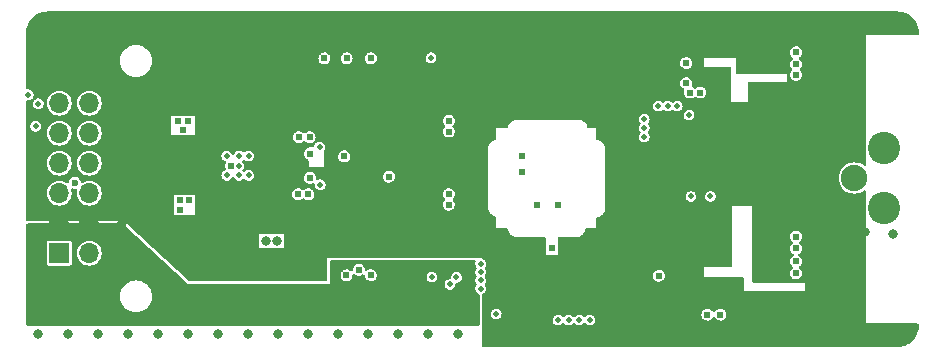
<source format=gbr>
%TF.GenerationSoftware,KiCad,Pcbnew,(6.0.5)*%
%TF.CreationDate,2022-10-08T22:42:16+08:00*%
%TF.ProjectId,LabPrecisionVoltageSource_V1.2,4c616250-7265-4636-9973-696f6e566f6c,rev?*%
%TF.SameCoordinates,Original*%
%TF.FileFunction,Copper,L2,Inr*%
%TF.FilePolarity,Positive*%
%FSLAX46Y46*%
G04 Gerber Fmt 4.6, Leading zero omitted, Abs format (unit mm)*
G04 Created by KiCad (PCBNEW (6.0.5)) date 2022-10-08 22:42:16*
%MOMM*%
%LPD*%
G01*
G04 APERTURE LIST*
%TA.AperFunction,ComponentPad*%
%ADD10C,2.240000*%
%TD*%
%TA.AperFunction,ComponentPad*%
%ADD11C,2.740000*%
%TD*%
%TA.AperFunction,ComponentPad*%
%ADD12R,1.700000X1.700000*%
%TD*%
%TA.AperFunction,ComponentPad*%
%ADD13O,1.700000X1.700000*%
%TD*%
%TA.AperFunction,ViaPad*%
%ADD14C,0.800000*%
%TD*%
%TA.AperFunction,ViaPad*%
%ADD15C,0.502000*%
%TD*%
%TA.AperFunction,ViaPad*%
%ADD16C,0.603000*%
%TD*%
%TA.AperFunction,ViaPad*%
%ADD17C,0.600000*%
%TD*%
G04 APERTURE END LIST*
D10*
%TO.N,/ADC/ADC_INPUT*%
%TO.C,J101*%
X189400000Y-94700000D03*
D11*
%TO.N,GND*%
X186860000Y-92160000D03*
X191940000Y-92160000D03*
X186860000Y-97240000D03*
X191940000Y-97240000D03*
%TD*%
D12*
%TO.N,VIN*%
%TO.C,J102*%
X122081141Y-101069677D03*
D13*
X124621141Y-101069677D03*
%TO.N,GND*%
X122081141Y-98529677D03*
X124621141Y-98529677D03*
%TO.N,/PMOD_SCK*%
X122081141Y-95989677D03*
%TO.N,unconnected-(J102-Pad6)*%
X124621141Y-95989677D03*
%TO.N,/PMOD_MISO*%
X122081141Y-93449677D03*
%TO.N,/ADC/ADC_CLKIN*%
X124621141Y-93449677D03*
%TO.N,/PMOD_MOSI*%
X122081141Y-90909677D03*
%TO.N,/PMOD_CS_ADC*%
X124621141Y-90909677D03*
%TO.N,/PMOD_CS_DAC*%
X122081141Y-88369677D03*
%TO.N,/ADC/ADC_IRQ*%
X124621141Y-88369677D03*
%TD*%
D14*
%TO.N,GND*%
X185800000Y-94700000D03*
X190300000Y-99300000D03*
X186600000Y-99600000D03*
X192700000Y-99400000D03*
D15*
%TO.N,VDD*%
X159074263Y-106200862D03*
X153633642Y-103091485D03*
%TO.N,GND*%
X149961670Y-87713456D03*
D14*
X145700000Y-81700000D03*
X122809000Y-107950000D03*
D15*
X169961669Y-106763455D03*
D14*
X191420000Y-81700000D03*
D15*
X146311671Y-100613456D03*
X151624261Y-97900865D03*
X133761669Y-84263455D03*
D16*
X133421141Y-93625861D03*
D15*
X171161671Y-97413457D03*
D16*
X156261671Y-106663457D03*
D14*
X148240000Y-81700000D03*
D16*
X133421139Y-92875863D03*
D14*
X140589000Y-107950000D03*
X168529000Y-107950000D03*
D16*
X134171141Y-92875864D03*
X133421141Y-94375860D03*
D14*
X163480000Y-81700000D03*
D15*
X179261671Y-96363455D03*
X151649263Y-91675864D03*
D14*
X186309000Y-107950000D03*
D16*
X133000000Y-89900000D03*
X164299264Y-96975864D03*
D15*
X168911672Y-106763455D03*
D14*
X125380000Y-81700000D03*
D15*
X178311671Y-100113456D03*
D14*
X176149000Y-107950000D03*
X138049000Y-107950000D03*
D15*
X150361671Y-104163456D03*
D14*
X127800000Y-89800000D03*
D15*
X134361671Y-85313456D03*
D16*
X134100000Y-91800000D03*
X153128512Y-93065864D03*
D14*
X181229000Y-107950000D03*
X188849000Y-107950000D03*
D15*
X151411668Y-87813455D03*
X148361669Y-91213455D03*
D14*
X145669000Y-107950000D03*
D16*
X179111671Y-103913457D03*
D15*
X168411671Y-100863455D03*
D16*
X163811670Y-100663457D03*
D15*
X188861668Y-100863457D03*
D14*
X168560000Y-81700000D03*
D15*
X171161670Y-96563457D03*
X172121142Y-85553985D03*
X146161671Y-87163455D03*
X178061670Y-89313457D03*
X169069265Y-102755863D03*
X152561671Y-86913456D03*
D14*
X143160000Y-81700000D03*
D15*
X189911670Y-101813455D03*
X168521142Y-103253985D03*
X180661669Y-96363455D03*
D14*
X188880000Y-81700000D03*
D16*
X142221143Y-92675865D03*
X157353139Y-106846861D03*
X140421142Y-92675860D03*
X132300000Y-97400000D03*
D15*
X176261670Y-89313457D03*
D16*
X144721141Y-86350864D03*
D14*
X120269000Y-107950000D03*
D16*
X134171141Y-93625862D03*
D15*
X176261670Y-92213457D03*
D14*
X127400000Y-95800000D03*
X160940000Y-81700000D03*
D15*
X172661672Y-99313455D03*
X177061671Y-92213456D03*
D14*
X140500000Y-100000000D03*
D16*
X142221143Y-94675862D03*
D14*
X127920000Y-81700000D03*
X120300000Y-81700000D03*
D16*
X146326642Y-85595363D03*
D14*
X186340000Y-81700000D03*
D15*
X148061671Y-88763455D03*
D14*
X135509000Y-107950000D03*
D15*
X158511672Y-98713456D03*
D16*
X162549263Y-96975865D03*
X132300000Y-96600000D03*
D15*
X182111672Y-98113457D03*
D16*
X132600000Y-91800000D03*
D15*
X172986669Y-94588455D03*
D16*
X169321142Y-94603984D03*
X176114263Y-103910861D03*
D15*
X152749263Y-91675864D03*
X152611670Y-88013456D03*
D16*
X149018511Y-93075864D03*
D15*
X181761669Y-106063456D03*
D14*
X153289000Y-107950000D03*
X183769000Y-107950000D03*
D15*
X138961670Y-84313456D03*
D14*
X178689000Y-107950000D03*
D16*
X134171141Y-94375862D03*
X144461671Y-104263456D03*
D15*
X147111671Y-100963457D03*
X174861668Y-99313455D03*
D14*
X158369000Y-107950000D03*
D15*
X148711669Y-97063457D03*
D14*
X176180000Y-81700000D03*
D15*
X177161670Y-89313457D03*
D14*
X181260000Y-81700000D03*
D15*
X147361670Y-97113457D03*
D16*
X149006513Y-93887863D03*
D14*
X122840000Y-81700000D03*
D15*
X188221141Y-86553986D03*
D14*
X153320000Y-81700000D03*
X132969000Y-107950000D03*
D15*
X145811670Y-97413457D03*
D14*
X148209000Y-107950000D03*
D15*
X178311670Y-99313454D03*
X152724265Y-97900863D03*
X178311671Y-96713456D03*
X182061671Y-96363455D03*
D14*
X143129000Y-107950000D03*
X166020000Y-81700000D03*
X171100000Y-81700000D03*
D15*
X188221141Y-84603985D03*
D14*
X160909000Y-107950000D03*
D15*
X138261671Y-85313455D03*
D14*
X150749000Y-107950000D03*
D16*
X139471142Y-94675862D03*
D14*
X191389000Y-107950000D03*
D15*
X157686670Y-98538456D03*
D14*
X173609000Y-107950000D03*
D15*
X183761671Y-106063456D03*
D14*
X171069000Y-107950000D03*
X129100000Y-90800000D03*
D15*
X174661670Y-92663456D03*
D14*
X163449000Y-107950000D03*
X193929000Y-107950000D03*
D15*
X172121140Y-84853984D03*
X183161671Y-97063457D03*
D14*
X130460000Y-81700000D03*
D15*
X137561670Y-84263456D03*
X135611671Y-85313455D03*
X145461670Y-100963457D03*
D16*
X139471141Y-92675865D03*
D15*
X177561669Y-99763455D03*
D14*
X155829000Y-107950000D03*
D15*
X151271141Y-92453984D03*
X150911671Y-88563455D03*
X171161670Y-98413456D03*
D14*
X183800000Y-81700000D03*
D16*
X141321141Y-92675862D03*
D15*
X148411670Y-87713456D03*
X142511670Y-98313457D03*
D14*
X158400000Y-81700000D03*
D15*
X149211670Y-88463456D03*
D16*
X133100000Y-96600000D03*
X132100000Y-89900000D03*
X146249265Y-104075861D03*
X132550000Y-90650000D03*
D15*
X146111670Y-95013456D03*
X146461670Y-96063454D03*
X187599265Y-83575861D03*
X144861670Y-98163457D03*
D14*
X125349000Y-107950000D03*
D16*
X169321142Y-92972930D03*
D15*
X188221141Y-83903986D03*
D14*
X165989000Y-107950000D03*
D16*
X140421140Y-94675864D03*
X132600000Y-95300000D03*
D14*
X139600000Y-100000000D03*
X127889000Y-107950000D03*
D15*
X176461671Y-99313455D03*
D16*
X143874141Y-97872863D03*
D15*
X148661671Y-95263455D03*
X136261669Y-84263456D03*
D14*
X150780000Y-81700000D03*
X178720000Y-81700000D03*
D15*
X153711671Y-88413455D03*
D16*
X141321140Y-94675862D03*
D15*
X135011671Y-84263456D03*
X132611670Y-84263456D03*
X171611668Y-99313455D03*
D16*
X173600000Y-92700000D03*
D14*
X129300000Y-98500000D03*
D15*
X136961671Y-85313457D03*
D16*
X134100000Y-95300000D03*
X149006511Y-92287862D03*
D15*
X147361670Y-95263457D03*
X175661670Y-99313455D03*
X142861670Y-97413457D03*
X172749265Y-85875863D03*
D14*
X193900000Y-81700000D03*
X127800000Y-92000000D03*
D16*
X148106514Y-92287862D03*
X143874141Y-89428861D03*
D14*
X133000000Y-81700000D03*
D16*
X148106513Y-93037862D03*
X152549077Y-104376051D03*
D14*
X127400000Y-98500000D03*
D15*
X133161671Y-85313456D03*
D16*
X148106513Y-93887865D03*
D15*
X151185770Y-98739355D03*
D14*
X135540000Y-81700000D03*
D16*
X153143143Y-99278862D03*
D14*
X155860000Y-81700000D03*
X127800000Y-93800000D03*
D15*
X188861670Y-102763456D03*
X176061672Y-100063455D03*
D14*
X140620000Y-81700000D03*
D15*
X167361669Y-100863456D03*
D16*
X175700000Y-92700000D03*
X176311669Y-86163456D03*
D14*
X130429000Y-107950000D03*
X138080000Y-81700000D03*
X173640000Y-81700000D03*
X127800000Y-88000000D03*
D15*
X187224076Y-85575863D03*
D16*
%TO.N,+15V*%
X184461670Y-100663457D03*
X155061669Y-90763457D03*
X184461670Y-102763456D03*
X184461671Y-85963455D03*
X184461670Y-85063456D03*
X184461671Y-101763455D03*
X155061671Y-89863456D03*
X172861671Y-102963456D03*
X184461670Y-99663456D03*
X184461671Y-84063455D03*
%TO.N,-15V*%
X176961669Y-106263455D03*
X175161670Y-84963457D03*
X175461670Y-87463458D03*
X178061670Y-106263457D03*
X175161670Y-86663457D03*
X155061671Y-96063454D03*
X176361670Y-87463457D03*
X155061669Y-96963457D03*
D15*
%TO.N,Net-(C215-Pad1)*%
X144171140Y-95275864D03*
X136271140Y-94475864D03*
%TO.N,VDDA*%
X171611671Y-89713456D03*
X165211670Y-106713457D03*
X153561670Y-84513457D03*
X171611668Y-90463455D03*
D16*
X161271143Y-94203985D03*
D15*
X164311670Y-106713457D03*
X166111670Y-106713457D03*
X171611671Y-91213457D03*
X167011669Y-106713457D03*
D16*
X161271143Y-92853985D03*
%TO.N,VIN*%
X143296143Y-94675862D03*
D15*
X137321142Y-94475864D03*
X137321142Y-92825865D03*
D16*
X146411672Y-84563455D03*
X142376141Y-91245863D03*
X142300144Y-96071864D03*
X146401641Y-102945364D03*
X143276141Y-91245863D03*
X147451641Y-102470363D03*
X148461668Y-84563455D03*
D15*
X137271141Y-93675863D03*
X138121142Y-94475864D03*
D16*
X143150142Y-96071862D03*
X136621140Y-93675862D03*
X143296144Y-92650863D03*
X148451640Y-102920365D03*
D15*
X138121142Y-92825865D03*
D16*
X144536671Y-84563455D03*
%TO.N,/Power/VPOS*%
X146211669Y-92863456D03*
X150004510Y-94581297D03*
D15*
%TO.N,Net-(C210-Pad1)*%
X144121141Y-92075863D03*
X136271142Y-92825865D03*
%TO.N,/ADC/ADC_CLKIN*%
X155161670Y-103713457D03*
%TO.N,/ADC/ADC_IRQ*%
X155711670Y-103113456D03*
%TO.N,Net-(R401-Pad1)*%
X175561671Y-96263456D03*
%TO.N,Net-(R402-Pad1)*%
X177211670Y-96263457D03*
%TO.N,/PMOD_CS_DAC*%
X175407439Y-89367688D03*
%TO.N,/PMOD_MOSI*%
X174411670Y-88613454D03*
X157761670Y-103363455D03*
X119461669Y-87650000D03*
%TO.N,/PMOD_MISO*%
X157761670Y-104063457D03*
X172811671Y-88613456D03*
X120311670Y-88413457D03*
%TO.N,/PMOD_SCK*%
X120085336Y-90314663D03*
X173611670Y-88613456D03*
X157761670Y-102663456D03*
%TO.N,/PMOD_CS_ADC*%
X157761670Y-101963455D03*
D17*
X123400000Y-95100000D03*
%TD*%
%TA.AperFunction,Conductor*%
%TO.N,GND*%
G36*
X193051213Y-80602431D02*
G01*
X193056948Y-80602441D01*
X193070776Y-80605621D01*
X193084618Y-80602489D01*
X193098475Y-80602513D01*
X193106485Y-80602783D01*
X193206762Y-80609357D01*
X193297773Y-80615324D01*
X193314112Y-80617475D01*
X193528777Y-80660178D01*
X193544696Y-80664444D01*
X193751955Y-80734801D01*
X193767180Y-80741108D01*
X193963469Y-80837909D01*
X193977741Y-80846149D01*
X194159728Y-80967750D01*
X194172795Y-80977776D01*
X194337370Y-81122106D01*
X194348996Y-81133732D01*
X194493326Y-81298307D01*
X194503352Y-81311374D01*
X194624952Y-81493361D01*
X194633191Y-81507631D01*
X194687745Y-81618252D01*
X194729993Y-81703921D01*
X194736300Y-81719147D01*
X194806659Y-81926412D01*
X194810923Y-81942324D01*
X194853625Y-82156992D01*
X194855776Y-82173331D01*
X194868415Y-82366108D01*
X194868685Y-82374567D01*
X194868666Y-82385778D01*
X194865486Y-82399609D01*
X194868618Y-82413450D01*
X194868610Y-82418283D01*
X194870642Y-82436471D01*
X194870642Y-82474000D01*
X194850640Y-82542121D01*
X194796984Y-82588614D01*
X194744642Y-82600000D01*
X190400000Y-82600000D01*
X190400000Y-93546131D01*
X190379998Y-93614252D01*
X190326342Y-93660745D01*
X190256068Y-93670849D01*
X190201729Y-93649344D01*
X190188713Y-93640230D01*
X190062772Y-93552045D01*
X190057790Y-93549722D01*
X190057785Y-93549719D01*
X189858345Y-93456719D01*
X189858344Y-93456718D01*
X189853363Y-93454396D01*
X189848055Y-93452974D01*
X189848053Y-93452973D01*
X189635493Y-93396018D01*
X189635491Y-93396018D01*
X189630178Y-93394594D01*
X189400000Y-93374456D01*
X189169822Y-93394594D01*
X189164509Y-93396018D01*
X189164507Y-93396018D01*
X188951947Y-93452973D01*
X188951945Y-93452974D01*
X188946637Y-93454396D01*
X188941656Y-93456718D01*
X188941655Y-93456719D01*
X188742215Y-93549719D01*
X188742210Y-93549722D01*
X188737228Y-93552045D01*
X188732721Y-93555201D01*
X188732719Y-93555202D01*
X188552468Y-93681415D01*
X188552465Y-93681417D01*
X188547957Y-93684574D01*
X188384574Y-93847957D01*
X188381417Y-93852465D01*
X188381415Y-93852468D01*
X188255202Y-94032719D01*
X188252045Y-94037228D01*
X188249722Y-94042210D01*
X188249719Y-94042215D01*
X188162104Y-94230107D01*
X188154396Y-94246637D01*
X188152974Y-94251945D01*
X188152973Y-94251947D01*
X188108244Y-94418878D01*
X188094594Y-94469822D01*
X188074456Y-94700000D01*
X188094594Y-94930178D01*
X188096018Y-94935491D01*
X188096018Y-94935493D01*
X188151486Y-95142501D01*
X188154396Y-95153363D01*
X188156718Y-95158344D01*
X188156719Y-95158345D01*
X188249719Y-95357785D01*
X188249722Y-95357790D01*
X188252045Y-95362772D01*
X188255201Y-95367279D01*
X188255202Y-95367281D01*
X188369795Y-95530936D01*
X188384574Y-95552043D01*
X188547957Y-95715426D01*
X188552465Y-95718583D01*
X188552468Y-95718585D01*
X188732445Y-95844606D01*
X188737228Y-95847955D01*
X188742210Y-95850278D01*
X188742215Y-95850281D01*
X188941655Y-95943281D01*
X188946637Y-95945604D01*
X188951945Y-95947026D01*
X188951947Y-95947027D01*
X189164507Y-96003982D01*
X189164509Y-96003982D01*
X189169822Y-96005406D01*
X189400000Y-96025544D01*
X189630178Y-96005406D01*
X189635491Y-96003982D01*
X189635493Y-96003982D01*
X189848053Y-95947027D01*
X189848055Y-95947026D01*
X189853363Y-95945604D01*
X189858345Y-95943281D01*
X190057785Y-95850281D01*
X190057790Y-95850278D01*
X190062772Y-95847955D01*
X190201730Y-95750656D01*
X190269003Y-95727968D01*
X190337864Y-95745253D01*
X190386448Y-95797023D01*
X190400000Y-95853869D01*
X190400000Y-107000000D01*
X194744642Y-107000000D01*
X194812763Y-107020002D01*
X194859256Y-107073658D01*
X194870642Y-107126000D01*
X194870642Y-107162883D01*
X194868675Y-107180210D01*
X194868666Y-107185779D01*
X194865486Y-107199607D01*
X194868619Y-107213447D01*
X194868595Y-107227315D01*
X194868325Y-107235339D01*
X194855791Y-107426606D01*
X194853640Y-107442946D01*
X194810944Y-107657611D01*
X194806678Y-107673533D01*
X194736327Y-107880785D01*
X194730021Y-107896010D01*
X194636554Y-108085546D01*
X194633218Y-108092310D01*
X194624977Y-108106584D01*
X194503379Y-108288568D01*
X194493353Y-108301635D01*
X194349022Y-108466211D01*
X194337397Y-108477836D01*
X194172823Y-108622162D01*
X194159753Y-108632190D01*
X193977767Y-108753786D01*
X193963493Y-108762027D01*
X193767192Y-108858828D01*
X193751964Y-108865135D01*
X193648339Y-108900309D01*
X193544709Y-108935484D01*
X193528799Y-108939747D01*
X193420719Y-108961243D01*
X193314120Y-108982444D01*
X193297779Y-108984594D01*
X193104812Y-108997236D01*
X193096351Y-108997506D01*
X193085333Y-108997486D01*
X193071504Y-108994306D01*
X193057664Y-108997437D01*
X193052973Y-108997429D01*
X193034475Y-108999493D01*
X182659904Y-108997445D01*
X158025973Y-108992582D01*
X157957858Y-108972567D01*
X157911376Y-108918903D01*
X157900000Y-108866583D01*
X157900000Y-107200000D01*
X157894681Y-107200000D01*
X157886800Y-107173160D01*
X157881696Y-107137662D01*
X157881697Y-106731269D01*
X157881697Y-106707884D01*
X163855561Y-106707884D01*
X163856725Y-106716786D01*
X163856725Y-106716789D01*
X163863256Y-106766730D01*
X163872330Y-106836123D01*
X163875944Y-106844336D01*
X163875945Y-106844340D01*
X163910494Y-106922856D01*
X163924418Y-106954500D01*
X164007636Y-107053501D01*
X164115295Y-107125165D01*
X164238741Y-107163732D01*
X164368050Y-107166102D01*
X164456011Y-107142121D01*
X164484167Y-107134445D01*
X164484169Y-107134444D01*
X164492826Y-107132084D01*
X164603039Y-107064413D01*
X164668801Y-106991762D01*
X164729344Y-106954681D01*
X164800324Y-106956219D01*
X164858664Y-106995241D01*
X164907636Y-107053501D01*
X165015295Y-107125165D01*
X165138741Y-107163732D01*
X165268050Y-107166102D01*
X165356011Y-107142121D01*
X165384167Y-107134445D01*
X165384169Y-107134444D01*
X165392826Y-107132084D01*
X165503039Y-107064413D01*
X165568801Y-106991762D01*
X165629344Y-106954681D01*
X165700324Y-106956219D01*
X165758664Y-106995241D01*
X165807636Y-107053501D01*
X165915295Y-107125165D01*
X166038741Y-107163732D01*
X166168050Y-107166102D01*
X166256011Y-107142121D01*
X166284167Y-107134445D01*
X166284169Y-107134444D01*
X166292826Y-107132084D01*
X166403039Y-107064413D01*
X166468800Y-106991763D01*
X166529343Y-106954682D01*
X166600323Y-106956220D01*
X166658665Y-106995244D01*
X166707635Y-107053501D01*
X166815294Y-107125165D01*
X166938740Y-107163732D01*
X167068049Y-107166102D01*
X167156010Y-107142121D01*
X167184166Y-107134445D01*
X167184168Y-107134444D01*
X167192825Y-107132084D01*
X167303038Y-107064413D01*
X167389829Y-106968529D01*
X167446219Y-106852140D01*
X167467676Y-106724602D01*
X167467812Y-106713457D01*
X167449477Y-106585433D01*
X167435054Y-106553709D01*
X167399665Y-106475875D01*
X167399665Y-106475874D01*
X167395948Y-106467700D01*
X167390087Y-106460898D01*
X167317384Y-106376522D01*
X167317382Y-106376520D01*
X167311526Y-106369724D01*
X167202999Y-106299381D01*
X167194404Y-106296811D01*
X167194403Y-106296810D01*
X167087692Y-106264896D01*
X167087690Y-106264896D01*
X167079091Y-106262324D01*
X167070116Y-106262269D01*
X167070115Y-106262269D01*
X167015409Y-106261935D01*
X166949763Y-106261534D01*
X166825412Y-106297074D01*
X166716034Y-106366087D01*
X166710091Y-106372816D01*
X166655928Y-106434143D01*
X166595841Y-106471961D01*
X166524848Y-106471290D01*
X166466035Y-106432983D01*
X166411527Y-106369724D01*
X166303000Y-106299381D01*
X166294405Y-106296811D01*
X166294404Y-106296810D01*
X166187693Y-106264896D01*
X166187691Y-106264896D01*
X166179092Y-106262324D01*
X166170117Y-106262269D01*
X166170116Y-106262269D01*
X166115410Y-106261935D01*
X166049764Y-106261534D01*
X165925413Y-106297074D01*
X165816035Y-106366087D01*
X165810092Y-106372816D01*
X165755929Y-106434143D01*
X165695842Y-106471961D01*
X165624849Y-106471290D01*
X165566035Y-106432983D01*
X165517385Y-106376522D01*
X165517383Y-106376520D01*
X165511527Y-106369724D01*
X165403000Y-106299381D01*
X165394405Y-106296811D01*
X165394404Y-106296810D01*
X165287693Y-106264896D01*
X165287691Y-106264896D01*
X165279092Y-106262324D01*
X165270117Y-106262269D01*
X165270116Y-106262269D01*
X165215410Y-106261935D01*
X165149764Y-106261534D01*
X165025413Y-106297074D01*
X164916035Y-106366087D01*
X164910092Y-106372816D01*
X164855929Y-106434143D01*
X164795842Y-106471961D01*
X164724849Y-106471290D01*
X164666035Y-106432983D01*
X164617385Y-106376522D01*
X164617383Y-106376520D01*
X164611527Y-106369724D01*
X164503000Y-106299381D01*
X164494405Y-106296811D01*
X164494404Y-106296810D01*
X164387693Y-106264896D01*
X164387691Y-106264896D01*
X164379092Y-106262324D01*
X164370117Y-106262269D01*
X164370116Y-106262269D01*
X164315410Y-106261935D01*
X164249764Y-106261534D01*
X164125413Y-106297074D01*
X164016035Y-106366087D01*
X164010092Y-106372816D01*
X163956955Y-106432982D01*
X163930422Y-106463024D01*
X163905726Y-106515624D01*
X163891858Y-106545164D01*
X163875458Y-106580094D01*
X163874077Y-106588962D01*
X163874077Y-106588963D01*
X163856942Y-106699011D01*
X163856942Y-106699015D01*
X163855561Y-106707884D01*
X157881697Y-106707884D01*
X157881697Y-106195289D01*
X158618154Y-106195289D01*
X158619318Y-106204191D01*
X158619318Y-106204194D01*
X158626920Y-106262324D01*
X158634923Y-106323528D01*
X158638537Y-106331741D01*
X158638538Y-106331745D01*
X158658241Y-106376521D01*
X158687011Y-106441905D01*
X158770229Y-106540906D01*
X158877888Y-106612570D01*
X158948588Y-106634658D01*
X158988131Y-106647012D01*
X159001334Y-106651137D01*
X159130643Y-106653507D01*
X159199780Y-106634658D01*
X159246760Y-106621850D01*
X159246762Y-106621849D01*
X159255419Y-106619489D01*
X159365632Y-106551818D01*
X159452423Y-106455934D01*
X159492693Y-106372816D01*
X159504899Y-106347624D01*
X159504899Y-106347623D01*
X159508813Y-106339545D01*
X159522657Y-106257259D01*
X176454545Y-106257259D01*
X176455709Y-106266161D01*
X176455709Y-106266164D01*
X176472026Y-106390942D01*
X176473190Y-106399841D01*
X176531103Y-106531459D01*
X176536880Y-106538332D01*
X176536881Y-106538333D01*
X176617849Y-106634656D01*
X176623629Y-106641532D01*
X176743330Y-106721212D01*
X176880583Y-106764093D01*
X177024355Y-106766728D01*
X177067176Y-106755054D01*
X177154425Y-106731267D01*
X177154428Y-106731266D01*
X177163087Y-106728905D01*
X177170737Y-106724208D01*
X177170739Y-106724207D01*
X177224358Y-106691285D01*
X177285628Y-106653665D01*
X177292104Y-106646511D01*
X177376103Y-106553709D01*
X177382125Y-106547056D01*
X177397304Y-106515727D01*
X177445005Y-106463144D01*
X177513564Y-106444698D01*
X177581212Y-106466245D01*
X177622545Y-106515749D01*
X177622746Y-106515624D01*
X177623641Y-106517062D01*
X177626024Y-106519916D01*
X177631104Y-106531461D01*
X177636881Y-106538333D01*
X177636882Y-106538335D01*
X177648216Y-106551818D01*
X177723630Y-106641534D01*
X177843331Y-106721214D01*
X177980584Y-106764095D01*
X178124356Y-106766730D01*
X178167177Y-106755056D01*
X178254426Y-106731269D01*
X178254429Y-106731268D01*
X178263088Y-106728907D01*
X178270738Y-106724210D01*
X178270740Y-106724209D01*
X178324359Y-106691287D01*
X178385629Y-106653667D01*
X178482126Y-106547058D01*
X178526276Y-106455934D01*
X178540911Y-106425728D01*
X178540912Y-106425726D01*
X178544824Y-106417651D01*
X178554305Y-106361296D01*
X178567875Y-106280641D01*
X178567875Y-106280636D01*
X178568681Y-106275848D01*
X178568832Y-106263457D01*
X178548447Y-106121114D01*
X178543815Y-106110925D01*
X178520375Y-106059373D01*
X178488930Y-105990213D01*
X178413110Y-105902219D01*
X178400924Y-105888076D01*
X178400922Y-105888074D01*
X178395066Y-105881278D01*
X178274400Y-105803067D01*
X178136633Y-105761866D01*
X178127657Y-105761811D01*
X178127656Y-105761811D01*
X178067691Y-105761445D01*
X177992840Y-105760987D01*
X177854580Y-105800502D01*
X177779042Y-105848164D01*
X177770597Y-105853492D01*
X177732968Y-105877234D01*
X177727027Y-105883961D01*
X177727025Y-105883963D01*
X177723393Y-105888076D01*
X177637780Y-105985013D01*
X177626047Y-106010005D01*
X177578993Y-106063164D01*
X177510665Y-106082447D01*
X177442759Y-106061728D01*
X177397292Y-106008604D01*
X177392647Y-105998387D01*
X177392645Y-105998384D01*
X177388929Y-105990211D01*
X177352819Y-105948303D01*
X177300923Y-105888074D01*
X177300921Y-105888072D01*
X177295065Y-105881276D01*
X177174399Y-105803065D01*
X177036632Y-105761864D01*
X177027656Y-105761809D01*
X177027655Y-105761809D01*
X176967690Y-105761443D01*
X176892839Y-105760985D01*
X176754579Y-105800500D01*
X176632967Y-105877232D01*
X176627024Y-105883961D01*
X176623392Y-105888074D01*
X176537779Y-105985011D01*
X176533966Y-105993133D01*
X176533964Y-105993136D01*
X176480483Y-106107049D01*
X176476668Y-106115175D01*
X176475287Y-106124044D01*
X176462348Y-106207146D01*
X176454545Y-106257259D01*
X159522657Y-106257259D01*
X159530270Y-106212007D01*
X159530406Y-106200862D01*
X159512071Y-106072838D01*
X159506655Y-106060924D01*
X159462259Y-105963280D01*
X159462259Y-105963279D01*
X159458542Y-105955105D01*
X159452681Y-105948303D01*
X159379978Y-105863927D01*
X159379976Y-105863925D01*
X159374120Y-105857129D01*
X159265593Y-105786786D01*
X159256998Y-105784216D01*
X159256997Y-105784215D01*
X159150286Y-105752301D01*
X159150284Y-105752301D01*
X159141685Y-105749729D01*
X159132710Y-105749674D01*
X159132709Y-105749674D01*
X159078003Y-105749340D01*
X159012357Y-105748939D01*
X158888006Y-105784479D01*
X158778628Y-105853492D01*
X158772685Y-105860221D01*
X158751717Y-105883963D01*
X158693015Y-105950429D01*
X158638051Y-106067499D01*
X158636670Y-106076367D01*
X158636670Y-106076368D01*
X158619535Y-106186416D01*
X158619535Y-106186420D01*
X158618154Y-106195289D01*
X157881697Y-106195289D01*
X157881697Y-104589917D01*
X157901699Y-104521796D01*
X157944757Y-104485228D01*
X157942826Y-104482084D01*
X157962197Y-104470190D01*
X158053039Y-104414413D01*
X158139830Y-104318529D01*
X158196220Y-104202140D01*
X158217677Y-104074602D01*
X158217813Y-104063457D01*
X158199478Y-103935433D01*
X158164714Y-103858971D01*
X158149666Y-103825875D01*
X158149666Y-103825874D01*
X158145949Y-103817700D01*
X158136123Y-103806296D01*
X158127682Y-103796499D01*
X158098368Y-103731837D01*
X158108667Y-103661591D01*
X158129721Y-103629695D01*
X158133805Y-103625183D01*
X158139830Y-103618527D01*
X158176944Y-103541924D01*
X158192306Y-103510217D01*
X158192306Y-103510216D01*
X158196220Y-103502138D01*
X158217677Y-103374600D01*
X158217813Y-103363455D01*
X158199478Y-103235431D01*
X158194376Y-103224208D01*
X158149666Y-103125873D01*
X158149666Y-103125872D01*
X158145949Y-103117698D01*
X158137097Y-103107425D01*
X158127682Y-103096498D01*
X158098369Y-103031836D01*
X158108668Y-102961590D01*
X158111526Y-102957260D01*
X172354547Y-102957260D01*
X172355711Y-102966162D01*
X172355711Y-102966165D01*
X172372028Y-103090943D01*
X172373192Y-103099842D01*
X172393726Y-103146510D01*
X172426928Y-103221966D01*
X172431105Y-103231460D01*
X172436882Y-103238333D01*
X172436883Y-103238334D01*
X172517851Y-103334657D01*
X172523631Y-103341533D01*
X172643332Y-103421213D01*
X172780585Y-103464094D01*
X172924357Y-103466729D01*
X172978536Y-103451958D01*
X173054427Y-103431268D01*
X173054430Y-103431267D01*
X173063089Y-103428906D01*
X173070739Y-103424209D01*
X173070741Y-103424208D01*
X173159452Y-103369739D01*
X173185630Y-103353666D01*
X173220382Y-103315273D01*
X173276105Y-103253710D01*
X173282127Y-103247057D01*
X173344825Y-103117650D01*
X173348435Y-103096194D01*
X173353943Y-103063456D01*
X176661671Y-103063456D01*
X179935671Y-103063456D01*
X180003792Y-103083458D01*
X180050285Y-103137114D01*
X180061671Y-103189455D01*
X180061669Y-104263457D01*
X185261670Y-104263457D01*
X185261670Y-103563457D01*
X184824788Y-103563457D01*
X180887670Y-103563456D01*
X180819549Y-103543454D01*
X180773056Y-103489798D01*
X180761670Y-103437456D01*
X180761670Y-102757260D01*
X183954546Y-102757260D01*
X183955710Y-102766162D01*
X183955710Y-102766165D01*
X183971131Y-102884088D01*
X183973191Y-102899842D01*
X183998673Y-102957755D01*
X184022842Y-103012682D01*
X184031104Y-103031460D01*
X184036881Y-103038333D01*
X184036882Y-103038334D01*
X184107181Y-103121965D01*
X184123630Y-103141533D01*
X184141857Y-103153666D01*
X184231546Y-103213368D01*
X184243331Y-103221213D01*
X184380584Y-103264094D01*
X184524356Y-103266729D01*
X184577871Y-103252139D01*
X184654426Y-103231268D01*
X184654429Y-103231267D01*
X184663088Y-103228906D01*
X184670738Y-103224209D01*
X184670740Y-103224208D01*
X184742497Y-103180149D01*
X184785629Y-103153666D01*
X184818186Y-103117698D01*
X184876104Y-103053710D01*
X184882126Y-103047057D01*
X184921318Y-102966165D01*
X184940911Y-102925727D01*
X184940912Y-102925725D01*
X184944824Y-102917650D01*
X184949317Y-102890943D01*
X184967875Y-102780640D01*
X184967875Y-102780635D01*
X184968681Y-102775847D01*
X184968832Y-102763456D01*
X184959325Y-102697073D01*
X184949720Y-102629999D01*
X184949719Y-102629996D01*
X184948447Y-102621113D01*
X184931556Y-102583962D01*
X184923600Y-102566465D01*
X184888930Y-102490212D01*
X184833493Y-102425874D01*
X184800924Y-102388075D01*
X184800922Y-102388073D01*
X184795066Y-102381277D01*
X184787538Y-102376398D01*
X184787535Y-102376395D01*
X184777715Y-102370030D01*
X184731433Y-102316193D01*
X184721604Y-102245880D01*
X184751349Y-102181415D01*
X184771390Y-102164474D01*
X184771075Y-102164094D01*
X184777978Y-102158363D01*
X184785630Y-102153665D01*
X184800303Y-102137455D01*
X184876105Y-102053709D01*
X184882127Y-102047056D01*
X184920056Y-101968772D01*
X184940912Y-101925726D01*
X184940913Y-101925724D01*
X184944825Y-101917649D01*
X184958244Y-101837890D01*
X184967876Y-101780639D01*
X184967876Y-101780634D01*
X184968682Y-101775846D01*
X184968833Y-101763455D01*
X184962280Y-101717698D01*
X184949721Y-101629998D01*
X184949720Y-101629995D01*
X184948448Y-101621112D01*
X184888931Y-101490211D01*
X184795067Y-101381276D01*
X184781436Y-101372441D01*
X184698491Y-101318679D01*
X184652207Y-101264843D01*
X184642376Y-101194530D01*
X184672120Y-101130064D01*
X184701092Y-101105572D01*
X184785629Y-101053667D01*
X184882126Y-100947058D01*
X184944824Y-100817651D01*
X184968681Y-100675848D01*
X184968832Y-100663457D01*
X184959505Y-100598329D01*
X184949720Y-100530000D01*
X184949719Y-100529997D01*
X184948447Y-100521114D01*
X184888930Y-100390213D01*
X184833495Y-100325877D01*
X184800924Y-100288076D01*
X184800922Y-100288074D01*
X184795066Y-100281278D01*
X184777717Y-100270033D01*
X184731433Y-100216197D01*
X184721602Y-100145884D01*
X184751346Y-100081418D01*
X184771389Y-100064475D01*
X184771074Y-100064095D01*
X184777977Y-100058364D01*
X184785629Y-100053666D01*
X184792105Y-100046512D01*
X184876104Y-99953710D01*
X184882126Y-99947057D01*
X184944824Y-99817650D01*
X184949317Y-99790943D01*
X184967875Y-99680640D01*
X184967875Y-99680635D01*
X184968681Y-99675847D01*
X184968832Y-99663456D01*
X184961421Y-99611710D01*
X184949720Y-99529999D01*
X184949719Y-99529996D01*
X184948447Y-99521113D01*
X184888930Y-99390212D01*
X184795066Y-99281277D01*
X184674400Y-99203066D01*
X184536633Y-99161865D01*
X184527657Y-99161810D01*
X184527656Y-99161810D01*
X184467691Y-99161444D01*
X184392840Y-99160986D01*
X184254580Y-99200501D01*
X184229954Y-99216039D01*
X184142378Y-99271296D01*
X184132968Y-99277233D01*
X184127025Y-99283962D01*
X184123393Y-99288075D01*
X184037780Y-99385012D01*
X184033966Y-99393135D01*
X184033965Y-99393137D01*
X183980484Y-99507050D01*
X183976669Y-99515176D01*
X183975288Y-99524045D01*
X183962700Y-99604893D01*
X183954546Y-99657260D01*
X183955710Y-99666162D01*
X183955710Y-99666165D01*
X183972027Y-99790943D01*
X183973191Y-99799842D01*
X184031104Y-99931460D01*
X184036881Y-99938333D01*
X184036882Y-99938334D01*
X184117743Y-100034530D01*
X184123630Y-100041533D01*
X184131107Y-100046510D01*
X184131109Y-100046512D01*
X184148137Y-100057847D01*
X184193759Y-100112245D01*
X184202729Y-100182672D01*
X184172199Y-100246769D01*
X184145554Y-100269293D01*
X184132968Y-100277234D01*
X184127025Y-100283963D01*
X184090008Y-100325877D01*
X184037780Y-100385013D01*
X184033966Y-100393136D01*
X184033965Y-100393138D01*
X183993790Y-100478710D01*
X183976669Y-100515177D01*
X183975288Y-100524046D01*
X183963462Y-100600000D01*
X183954546Y-100657261D01*
X183955710Y-100666163D01*
X183955710Y-100666166D01*
X183957603Y-100680641D01*
X183973191Y-100799843D01*
X184031104Y-100931461D01*
X184036881Y-100938334D01*
X184036882Y-100938335D01*
X184049807Y-100953711D01*
X184123630Y-101041534D01*
X184225259Y-101109184D01*
X184270881Y-101163580D01*
X184279852Y-101234007D01*
X184249323Y-101298105D01*
X184222675Y-101320631D01*
X184140562Y-101372441D01*
X184132969Y-101377232D01*
X184127026Y-101383961D01*
X184123394Y-101388074D01*
X184037781Y-101485011D01*
X184033967Y-101493134D01*
X184033966Y-101493136D01*
X183980485Y-101607049D01*
X183976670Y-101615175D01*
X183975289Y-101624044D01*
X183959779Y-101723659D01*
X183954547Y-101757259D01*
X183955711Y-101766161D01*
X183955711Y-101766164D01*
X183972028Y-101890942D01*
X183973192Y-101899841D01*
X184031105Y-102031459D01*
X184036882Y-102038332D01*
X184036883Y-102038333D01*
X184090517Y-102102138D01*
X184123631Y-102141532D01*
X184141858Y-102153665D01*
X184148136Y-102157844D01*
X184193759Y-102212241D01*
X184202730Y-102282669D01*
X184172200Y-102346766D01*
X184145555Y-102369291D01*
X184132968Y-102377233D01*
X184127025Y-102383962D01*
X184085125Y-102431405D01*
X184037780Y-102485012D01*
X184033966Y-102493135D01*
X184033965Y-102493137D01*
X183989393Y-102588075D01*
X183976669Y-102615176D01*
X183975288Y-102624045D01*
X183956593Y-102744115D01*
X183954546Y-102757260D01*
X180761670Y-102757260D01*
X180761670Y-100163456D01*
X180752603Y-97744526D01*
X180750068Y-97068114D01*
X180750000Y-97050000D01*
X179061671Y-97050000D01*
X179061671Y-97063548D01*
X179061670Y-102137455D01*
X179041668Y-102205576D01*
X178988012Y-102252069D01*
X178935670Y-102263455D01*
X176963347Y-102263456D01*
X176661671Y-102263456D01*
X176661671Y-103063456D01*
X173353943Y-103063456D01*
X173367876Y-102980640D01*
X173367876Y-102980635D01*
X173368682Y-102975847D01*
X173368833Y-102963456D01*
X173359213Y-102896283D01*
X173349721Y-102829999D01*
X173349720Y-102829996D01*
X173348448Y-102821113D01*
X173343495Y-102810218D01*
X173325658Y-102770988D01*
X173288931Y-102690212D01*
X173245288Y-102639562D01*
X173200925Y-102588075D01*
X173200923Y-102588073D01*
X173195067Y-102581277D01*
X173074401Y-102503066D01*
X172936634Y-102461865D01*
X172927658Y-102461810D01*
X172927657Y-102461810D01*
X172867692Y-102461444D01*
X172792841Y-102460986D01*
X172654581Y-102500501D01*
X172592710Y-102539539D01*
X172555234Y-102563185D01*
X172532969Y-102577233D01*
X172527026Y-102583962D01*
X172446584Y-102675045D01*
X172437781Y-102685012D01*
X172433967Y-102693135D01*
X172433966Y-102693137D01*
X172388979Y-102788958D01*
X172376670Y-102815176D01*
X172375289Y-102824045D01*
X172356396Y-102945388D01*
X172354547Y-102957260D01*
X158111526Y-102957260D01*
X158129718Y-102929699D01*
X158139830Y-102918528D01*
X158171141Y-102853903D01*
X158192306Y-102810218D01*
X158192306Y-102810217D01*
X158196220Y-102802139D01*
X158217677Y-102674601D01*
X158217813Y-102663456D01*
X158199478Y-102535432D01*
X158191994Y-102518970D01*
X158149666Y-102425874D01*
X158149666Y-102425873D01*
X158145949Y-102417699D01*
X158127684Y-102396501D01*
X158098369Y-102331840D01*
X158108666Y-102261594D01*
X158129721Y-102229695D01*
X158133805Y-102225183D01*
X158139830Y-102218527D01*
X158174480Y-102147010D01*
X158192306Y-102110217D01*
X158192306Y-102110216D01*
X158196220Y-102102138D01*
X158217677Y-101974600D01*
X158217813Y-101963455D01*
X158199478Y-101835431D01*
X158182513Y-101798116D01*
X158149666Y-101725873D01*
X158149666Y-101725872D01*
X158145949Y-101717698D01*
X158111871Y-101678149D01*
X158067385Y-101626520D01*
X158067383Y-101626518D01*
X158061527Y-101619722D01*
X157953000Y-101549379D01*
X157948784Y-101548118D01*
X157897069Y-101502904D01*
X157882471Y-101470751D01*
X157881697Y-101468115D01*
X157881697Y-101450000D01*
X152276455Y-101450000D01*
X144781698Y-101450001D01*
X144781698Y-101463549D01*
X144781697Y-103324002D01*
X144761695Y-103392123D01*
X144708039Y-103438616D01*
X144655697Y-103450002D01*
X133131071Y-103450002D01*
X133062950Y-103430000D01*
X133045466Y-103416456D01*
X133033956Y-103405798D01*
X130003695Y-100600000D01*
X139000000Y-100600000D01*
X141100000Y-100600000D01*
X141100000Y-99400000D01*
X139000000Y-99400000D01*
X139000000Y-100600000D01*
X130003695Y-100600000D01*
X127683479Y-98451651D01*
X127679989Y-98448293D01*
X127594504Y-98362809D01*
X127581696Y-98350001D01*
X126934153Y-98350001D01*
X119397642Y-98350000D01*
X119329521Y-98329998D01*
X119283028Y-98276342D01*
X119271642Y-98224000D01*
X119271642Y-97850000D01*
X131800000Y-97850000D01*
X133550000Y-97850000D01*
X133550000Y-96957261D01*
X154554545Y-96957261D01*
X154555709Y-96966163D01*
X154555709Y-96966166D01*
X154569041Y-97068114D01*
X154573190Y-97099843D01*
X154631103Y-97231461D01*
X154636880Y-97238334D01*
X154636881Y-97238335D01*
X154689479Y-97300908D01*
X154723629Y-97341534D01*
X154843330Y-97421214D01*
X154980583Y-97464095D01*
X155124355Y-97466730D01*
X155186332Y-97449833D01*
X155254425Y-97431269D01*
X155254428Y-97431268D01*
X155263087Y-97428907D01*
X155270737Y-97424210D01*
X155270739Y-97424209D01*
X155373771Y-97360947D01*
X155385628Y-97353667D01*
X155482125Y-97247058D01*
X155505099Y-97199641D01*
X158393486Y-97199641D01*
X158394887Y-97205833D01*
X158396483Y-97220239D01*
X158409159Y-97334658D01*
X158411342Y-97354367D01*
X158413603Y-97360945D01*
X158413603Y-97360947D01*
X158449106Y-97464259D01*
X158461817Y-97501248D01*
X158465467Y-97507179D01*
X158529882Y-97611851D01*
X158543216Y-97633519D01*
X158548067Y-97638498D01*
X158548069Y-97638501D01*
X158640640Y-97733522D01*
X158651594Y-97744766D01*
X158781693Y-97829594D01*
X158788212Y-97832026D01*
X158788213Y-97832027D01*
X158839431Y-97851138D01*
X158927205Y-97883889D01*
X158934101Y-97884836D01*
X158934105Y-97884837D01*
X158952815Y-97887407D01*
X159017581Y-97916492D01*
X159056341Y-97975974D01*
X159061671Y-98012235D01*
X159061671Y-98963457D01*
X159980441Y-98963457D01*
X160048562Y-98983459D01*
X160095055Y-99037115D01*
X160105647Y-99075333D01*
X160111919Y-99130931D01*
X160114261Y-99137615D01*
X160114261Y-99137616D01*
X160161825Y-99273380D01*
X160161827Y-99273384D01*
X160164169Y-99280069D01*
X160167943Y-99286066D01*
X160167944Y-99286069D01*
X160236710Y-99395353D01*
X160248330Y-99413820D01*
X160360172Y-99525461D01*
X160367413Y-99529999D01*
X160488074Y-99605621D01*
X160488076Y-99605622D01*
X160494074Y-99609381D01*
X160563427Y-99633539D01*
X160636617Y-99659033D01*
X160636620Y-99659034D01*
X160643307Y-99661363D01*
X160789300Y-99677566D01*
X160792886Y-99677964D01*
X160792881Y-99678012D01*
X160793026Y-99677996D01*
X160799652Y-99679519D01*
X160800370Y-99679519D01*
X160807681Y-99677837D01*
X160808849Y-99677569D01*
X160837092Y-99674363D01*
X163174000Y-99674363D01*
X163242121Y-99694365D01*
X163288614Y-99748021D01*
X163300000Y-99800363D01*
X163300000Y-101200000D01*
X164300000Y-101200000D01*
X164300000Y-99800363D01*
X164320002Y-99732242D01*
X164373658Y-99685749D01*
X164426000Y-99674363D01*
X165862926Y-99674363D01*
X165891157Y-99677566D01*
X165892708Y-99677923D01*
X165892712Y-99677923D01*
X165899652Y-99679519D01*
X165900370Y-99679519D01*
X165906000Y-99678224D01*
X165970633Y-99670832D01*
X166050012Y-99661754D01*
X166050014Y-99661753D01*
X166057031Y-99660951D01*
X166205791Y-99608661D01*
X166339208Y-99524615D01*
X166450606Y-99413016D01*
X166456969Y-99402876D01*
X166530655Y-99285436D01*
X166530655Y-99285435D01*
X166534412Y-99279448D01*
X166536861Y-99272442D01*
X166575505Y-99161865D01*
X166586434Y-99130594D01*
X166587224Y-99123575D01*
X166587226Y-99123566D01*
X166592651Y-99075365D01*
X166620146Y-99009908D01*
X166678665Y-98969708D01*
X166717860Y-98963457D01*
X167561670Y-98963457D01*
X167561670Y-98121755D01*
X167581672Y-98053634D01*
X167635328Y-98007141D01*
X167673562Y-97996547D01*
X167748977Y-97988050D01*
X167748979Y-97988050D01*
X167756004Y-97987258D01*
X167905001Y-97935122D01*
X168038660Y-97851138D01*
X168150280Y-97739518D01*
X168234264Y-97605859D01*
X168286400Y-97456862D01*
X168303233Y-97307466D01*
X168303272Y-97307470D01*
X168303260Y-97307348D01*
X168304797Y-97300718D01*
X168304798Y-97300000D01*
X168302796Y-97291225D01*
X168299642Y-97263210D01*
X168299643Y-96257883D01*
X175105562Y-96257883D01*
X175106726Y-96266785D01*
X175106726Y-96266788D01*
X175107748Y-96274601D01*
X175122331Y-96386122D01*
X175125945Y-96394335D01*
X175125946Y-96394339D01*
X175150601Y-96450370D01*
X175174419Y-96504499D01*
X175257637Y-96603500D01*
X175365296Y-96675164D01*
X175488742Y-96713731D01*
X175618051Y-96716101D01*
X175713007Y-96690213D01*
X175734168Y-96684444D01*
X175734170Y-96684443D01*
X175742827Y-96682083D01*
X175853040Y-96614412D01*
X175939831Y-96518528D01*
X175983663Y-96428059D01*
X175992307Y-96410218D01*
X175992307Y-96410217D01*
X175996221Y-96402139D01*
X176017678Y-96274601D01*
X176017814Y-96263456D01*
X176017016Y-96257884D01*
X176755561Y-96257884D01*
X176756725Y-96266786D01*
X176756725Y-96266789D01*
X176766900Y-96344599D01*
X176772330Y-96386123D01*
X176775944Y-96394336D01*
X176775945Y-96394340D01*
X176805749Y-96462072D01*
X176824418Y-96504500D01*
X176907636Y-96603501D01*
X176915114Y-96608478D01*
X176915113Y-96608478D01*
X177007820Y-96670189D01*
X177015295Y-96675165D01*
X177138741Y-96713732D01*
X177268050Y-96716102D01*
X177352281Y-96693138D01*
X177384167Y-96684445D01*
X177384169Y-96684444D01*
X177392826Y-96682084D01*
X177503039Y-96614413D01*
X177589830Y-96518529D01*
X177620408Y-96455417D01*
X177642306Y-96410219D01*
X177642306Y-96410218D01*
X177646220Y-96402140D01*
X177667677Y-96274602D01*
X177667813Y-96263457D01*
X177649478Y-96135433D01*
X177645762Y-96127258D01*
X177599666Y-96025875D01*
X177599666Y-96025874D01*
X177595949Y-96017700D01*
X177590087Y-96010897D01*
X177517385Y-95926522D01*
X177517383Y-95926520D01*
X177511527Y-95919724D01*
X177403000Y-95849381D01*
X177394405Y-95846811D01*
X177394404Y-95846810D01*
X177287693Y-95814896D01*
X177287691Y-95814896D01*
X177279092Y-95812324D01*
X177270117Y-95812269D01*
X177270116Y-95812269D01*
X177215410Y-95811935D01*
X177149764Y-95811534D01*
X177138001Y-95814896D01*
X177034052Y-95844605D01*
X177025413Y-95847074D01*
X176916035Y-95916087D01*
X176830422Y-96013024D01*
X176813820Y-96048386D01*
X176779274Y-96121967D01*
X176775458Y-96130094D01*
X176774077Y-96138962D01*
X176774077Y-96138963D01*
X176756942Y-96249011D01*
X176756942Y-96249015D01*
X176755561Y-96257884D01*
X176017016Y-96257884D01*
X175999479Y-96135432D01*
X175993358Y-96121968D01*
X175949667Y-96025874D01*
X175949667Y-96025873D01*
X175945950Y-96017699D01*
X175936125Y-96006297D01*
X175867386Y-95926521D01*
X175867384Y-95926519D01*
X175861528Y-95919723D01*
X175753001Y-95849380D01*
X175744406Y-95846810D01*
X175744405Y-95846809D01*
X175637694Y-95814895D01*
X175637692Y-95814895D01*
X175629093Y-95812323D01*
X175620118Y-95812268D01*
X175620117Y-95812268D01*
X175565411Y-95811934D01*
X175499765Y-95811533D01*
X175375414Y-95847073D01*
X175266036Y-95916086D01*
X175260093Y-95922815D01*
X175219468Y-95968814D01*
X175180423Y-96013023D01*
X175125459Y-96130093D01*
X175124078Y-96138961D01*
X175124078Y-96138962D01*
X175106943Y-96249010D01*
X175106943Y-96249011D01*
X175105562Y-96257883D01*
X168299643Y-96257883D01*
X168299643Y-96013024D01*
X168299644Y-92237356D01*
X168302895Y-92208920D01*
X168304799Y-92200704D01*
X168304800Y-92199986D01*
X168303365Y-92193697D01*
X168286402Y-92043227D01*
X168234292Y-91894331D01*
X168150357Y-91760763D01*
X168138730Y-91749136D01*
X168067479Y-91677890D01*
X168038806Y-91649219D01*
X167992604Y-91620190D01*
X167911223Y-91569058D01*
X167911222Y-91569057D01*
X167905232Y-91565294D01*
X167898557Y-91562958D01*
X167898554Y-91562957D01*
X167789061Y-91524646D01*
X167756332Y-91513194D01*
X167749303Y-91512402D01*
X167673562Y-91503868D01*
X167608109Y-91476364D01*
X167567916Y-91417840D01*
X167561670Y-91378660D01*
X167561670Y-90463455D01*
X166915493Y-90463455D01*
X166896513Y-90457882D01*
X171155559Y-90457882D01*
X171156723Y-90466784D01*
X171156723Y-90466787D01*
X171162809Y-90513326D01*
X171172328Y-90586121D01*
X171175942Y-90594334D01*
X171175943Y-90594338D01*
X171209375Y-90670315D01*
X171224416Y-90704498D01*
X171230191Y-90711368D01*
X171230192Y-90711370D01*
X171268828Y-90757333D01*
X171297349Y-90822349D01*
X171286193Y-90892463D01*
X171266819Y-90921814D01*
X171230423Y-90963024D01*
X171175459Y-91080094D01*
X171174078Y-91088962D01*
X171174078Y-91088963D01*
X171156943Y-91199011D01*
X171156943Y-91199015D01*
X171155562Y-91207884D01*
X171156726Y-91216786D01*
X171156726Y-91216789D01*
X171162562Y-91261418D01*
X171172331Y-91336123D01*
X171175945Y-91344336D01*
X171175946Y-91344340D01*
X171191048Y-91378660D01*
X171224419Y-91454500D01*
X171307637Y-91553501D01*
X171415296Y-91625165D01*
X171538742Y-91663732D01*
X171668051Y-91666102D01*
X171738329Y-91646942D01*
X171784168Y-91634445D01*
X171784170Y-91634444D01*
X171792827Y-91632084D01*
X171903040Y-91564413D01*
X171989831Y-91468529D01*
X172046221Y-91352140D01*
X172067678Y-91224602D01*
X172067814Y-91213457D01*
X172049479Y-91085433D01*
X172032032Y-91047058D01*
X171999667Y-90975875D01*
X171999667Y-90975874D01*
X171995950Y-90967700D01*
X171989911Y-90960692D01*
X171955610Y-90920883D01*
X171926296Y-90856220D01*
X171936595Y-90785975D01*
X171957648Y-90754080D01*
X171983800Y-90725187D01*
X171983801Y-90725185D01*
X171989828Y-90718527D01*
X172046218Y-90602138D01*
X172067675Y-90474600D01*
X172067811Y-90463455D01*
X172049476Y-90335431D01*
X172044313Y-90324074D01*
X171999664Y-90225873D01*
X171999664Y-90225872D01*
X171995947Y-90217698D01*
X171990086Y-90210896D01*
X171955611Y-90170886D01*
X171926297Y-90106224D01*
X171936596Y-90035978D01*
X171957649Y-90004083D01*
X171983803Y-89975188D01*
X171983804Y-89975186D01*
X171989831Y-89968528D01*
X172025062Y-89895812D01*
X172042307Y-89860218D01*
X172042307Y-89860217D01*
X172046221Y-89852139D01*
X172067678Y-89724601D01*
X172067814Y-89713456D01*
X172049479Y-89585432D01*
X172009987Y-89498571D01*
X171999667Y-89475874D01*
X171999667Y-89475873D01*
X171995950Y-89467699D01*
X171990089Y-89460897D01*
X171917386Y-89376521D01*
X171917384Y-89376519D01*
X171911528Y-89369723D01*
X171899790Y-89362115D01*
X174951330Y-89362115D01*
X174952494Y-89371017D01*
X174952494Y-89371020D01*
X174956349Y-89400501D01*
X174968099Y-89490354D01*
X174971713Y-89498567D01*
X174971714Y-89498571D01*
X175004010Y-89571967D01*
X175020187Y-89608731D01*
X175103405Y-89707732D01*
X175110883Y-89712709D01*
X175110882Y-89712709D01*
X175196632Y-89769789D01*
X175211064Y-89779396D01*
X175334510Y-89817963D01*
X175463819Y-89820333D01*
X175515608Y-89806213D01*
X175579936Y-89788676D01*
X175579938Y-89788675D01*
X175588595Y-89786315D01*
X175698808Y-89718644D01*
X175708549Y-89707883D01*
X175779574Y-89629416D01*
X175785599Y-89622760D01*
X175841989Y-89506371D01*
X175863446Y-89378833D01*
X175863514Y-89373231D01*
X175863523Y-89372547D01*
X175863523Y-89372543D01*
X175863582Y-89367688D01*
X175845247Y-89239664D01*
X175791718Y-89121931D01*
X175785857Y-89115129D01*
X175713154Y-89030753D01*
X175713152Y-89030751D01*
X175707296Y-89023955D01*
X175598769Y-88953612D01*
X175590174Y-88951042D01*
X175590173Y-88951041D01*
X175483462Y-88919127D01*
X175483460Y-88919127D01*
X175474861Y-88916555D01*
X175465886Y-88916500D01*
X175465885Y-88916500D01*
X175411179Y-88916166D01*
X175345533Y-88915765D01*
X175333770Y-88919127D01*
X175238614Y-88946323D01*
X175221182Y-88951305D01*
X175111804Y-89020318D01*
X175105861Y-89027047D01*
X175038828Y-89102947D01*
X175026191Y-89117255D01*
X174971227Y-89234325D01*
X174969846Y-89243193D01*
X174969846Y-89243194D01*
X174952711Y-89353242D01*
X174952711Y-89353246D01*
X174951330Y-89362115D01*
X171899790Y-89362115D01*
X171803001Y-89299380D01*
X171794406Y-89296810D01*
X171794405Y-89296809D01*
X171687694Y-89264895D01*
X171687692Y-89264895D01*
X171679093Y-89262323D01*
X171670118Y-89262268D01*
X171670117Y-89262268D01*
X171615411Y-89261934D01*
X171549765Y-89261533D01*
X171425414Y-89297073D01*
X171316036Y-89366086D01*
X171310093Y-89372815D01*
X171239385Y-89452876D01*
X171230423Y-89463023D01*
X171175459Y-89580093D01*
X171174078Y-89588961D01*
X171174078Y-89588962D01*
X171156943Y-89699010D01*
X171156943Y-89699014D01*
X171155562Y-89707883D01*
X171156726Y-89716785D01*
X171156726Y-89716788D01*
X171163712Y-89770212D01*
X171172331Y-89836122D01*
X171175945Y-89844335D01*
X171175946Y-89844339D01*
X171202844Y-89905467D01*
X171224419Y-89954499D01*
X171230194Y-89961369D01*
X171230195Y-89961371D01*
X171268827Y-90007330D01*
X171297348Y-90072346D01*
X171286190Y-90142460D01*
X171266816Y-90171812D01*
X171251608Y-90189032D01*
X171230420Y-90213022D01*
X171223360Y-90228060D01*
X171179750Y-90320947D01*
X171175456Y-90330092D01*
X171174075Y-90338960D01*
X171174075Y-90338961D01*
X171156940Y-90449009D01*
X171156940Y-90449013D01*
X171155559Y-90457882D01*
X166896513Y-90457882D01*
X166847372Y-90443453D01*
X166800879Y-90389797D01*
X166790285Y-90351563D01*
X166787187Y-90324065D01*
X166787186Y-90324062D01*
X166786395Y-90317038D01*
X166783880Y-90309848D01*
X166766422Y-90259955D01*
X166734262Y-90168041D01*
X166729348Y-90160220D01*
X166654048Y-90040372D01*
X166654045Y-90040369D01*
X166650282Y-90034379D01*
X166645280Y-90029377D01*
X166645278Y-90029374D01*
X166583201Y-89967293D01*
X166538667Y-89922755D01*
X166405012Y-89838764D01*
X166398333Y-89836426D01*
X166398330Y-89836425D01*
X166262700Y-89788956D01*
X166256020Y-89786618D01*
X166248995Y-89785826D01*
X166248991Y-89785825D01*
X166106617Y-89769773D01*
X166106621Y-89769734D01*
X166106500Y-89769746D01*
X166099877Y-89768210D01*
X166099159Y-89768209D01*
X166090836Y-89770107D01*
X166090375Y-89770212D01*
X166062362Y-89773365D01*
X163470510Y-89773364D01*
X160837370Y-89773362D01*
X160808917Y-89770107D01*
X160807676Y-89769819D01*
X160807669Y-89769818D01*
X160800718Y-89768207D01*
X160800000Y-89768206D01*
X160793064Y-89769788D01*
X160786139Y-89770563D01*
X160786039Y-89770580D01*
X160650174Y-89785888D01*
X160650172Y-89785889D01*
X160643147Y-89786680D01*
X160494158Y-89838813D01*
X160488166Y-89842578D01*
X160388079Y-89905467D01*
X160360506Y-89922792D01*
X160248892Y-90034406D01*
X160245125Y-90040400D01*
X160245125Y-90040401D01*
X160214997Y-90088350D01*
X160164913Y-90168058D01*
X160112780Y-90317047D01*
X160111989Y-90324072D01*
X160111988Y-90324074D01*
X160108891Y-90351563D01*
X160081387Y-90417016D01*
X160022863Y-90457209D01*
X159983683Y-90463455D01*
X159061671Y-90463455D01*
X159061671Y-91386726D01*
X159041669Y-91454847D01*
X158988013Y-91501340D01*
X158956160Y-91510166D01*
X158956216Y-91510411D01*
X158950888Y-91511627D01*
X158949781Y-91511934D01*
X158942287Y-91512778D01*
X158935613Y-91515113D01*
X158935614Y-91515113D01*
X158799972Y-91562574D01*
X158799969Y-91562575D01*
X158793297Y-91564910D01*
X158787311Y-91568671D01*
X158787307Y-91568673D01*
X158730345Y-91604463D01*
X158659642Y-91648886D01*
X158654640Y-91653888D01*
X158654637Y-91653890D01*
X158610170Y-91698354D01*
X158548023Y-91760496D01*
X158464037Y-91894145D01*
X158461702Y-91900817D01*
X158461700Y-91900821D01*
X158447113Y-91942500D01*
X158411894Y-92043131D01*
X158395052Y-92192518D01*
X158395013Y-92192514D01*
X158395025Y-92192636D01*
X158393487Y-92199266D01*
X158393486Y-92199984D01*
X158395067Y-92206916D01*
X158395489Y-92208768D01*
X158398642Y-92236781D01*
X158398642Y-97162920D01*
X158396676Y-97180243D01*
X158396666Y-97185811D01*
X158393486Y-97199641D01*
X155505099Y-97199641D01*
X155544823Y-97117651D01*
X155568680Y-96975848D01*
X155568831Y-96963457D01*
X155563269Y-96924617D01*
X155549719Y-96830000D01*
X155549718Y-96829997D01*
X155548446Y-96821114D01*
X155488929Y-96690213D01*
X155418501Y-96608477D01*
X155406769Y-96594861D01*
X155377456Y-96530199D01*
X155387755Y-96459953D01*
X155408807Y-96428059D01*
X155476105Y-96353709D01*
X155476108Y-96353705D01*
X155482127Y-96347055D01*
X155521017Y-96266788D01*
X155540912Y-96225725D01*
X155540913Y-96225723D01*
X155544825Y-96217648D01*
X155549318Y-96190941D01*
X155567876Y-96080638D01*
X155567876Y-96080633D01*
X155568682Y-96075845D01*
X155568833Y-96063454D01*
X155558772Y-95993199D01*
X155549721Y-95929997D01*
X155549720Y-95929994D01*
X155548448Y-95921111D01*
X155543986Y-95911296D01*
X155516964Y-95851866D01*
X155488931Y-95790210D01*
X155443540Y-95737531D01*
X155400925Y-95688073D01*
X155400923Y-95688071D01*
X155395067Y-95681275D01*
X155274401Y-95603064D01*
X155136634Y-95561863D01*
X155127658Y-95561808D01*
X155127657Y-95561808D01*
X155067692Y-95561442D01*
X154992841Y-95560984D01*
X154919353Y-95581987D01*
X154868696Y-95596465D01*
X154854581Y-95600499D01*
X154732969Y-95677231D01*
X154727026Y-95683960D01*
X154687363Y-95728870D01*
X154637781Y-95785010D01*
X154633967Y-95793133D01*
X154633966Y-95793135D01*
X154605268Y-95854261D01*
X154576670Y-95915174D01*
X154575289Y-95924043D01*
X154559434Y-96025874D01*
X154554547Y-96057258D01*
X154555711Y-96066160D01*
X154555711Y-96066163D01*
X154571402Y-96186155D01*
X154573192Y-96199840D01*
X154631105Y-96331458D01*
X154636882Y-96338331D01*
X154636883Y-96338332D01*
X154716769Y-96433368D01*
X154745290Y-96498384D01*
X154734134Y-96568498D01*
X154714760Y-96597849D01*
X154695985Y-96619108D01*
X154646477Y-96675165D01*
X154637779Y-96685013D01*
X154633965Y-96693136D01*
X154633964Y-96693138D01*
X154603564Y-96757890D01*
X154576668Y-96815177D01*
X154575287Y-96824046D01*
X154569771Y-96859475D01*
X154554545Y-96957261D01*
X133550000Y-96957261D01*
X133550000Y-96150000D01*
X131800000Y-96150000D01*
X131800000Y-97850000D01*
X119271642Y-97850000D01*
X119271642Y-95974939D01*
X121025661Y-95974939D01*
X121029668Y-96022655D01*
X121041883Y-96168115D01*
X121042900Y-96180230D01*
X121044599Y-96186155D01*
X121093148Y-96355465D01*
X121099685Y-96378263D01*
X121102500Y-96383740D01*
X121102501Y-96383743D01*
X121191038Y-96556018D01*
X121193853Y-96561495D01*
X121321818Y-96722947D01*
X121326511Y-96726941D01*
X121326512Y-96726942D01*
X121427566Y-96812945D01*
X121478705Y-96856468D01*
X121658539Y-96956974D01*
X121753379Y-96987790D01*
X121848612Y-97018733D01*
X121848616Y-97018734D01*
X121854470Y-97020636D01*
X122059035Y-97045028D01*
X122065170Y-97044556D01*
X122065172Y-97044556D01*
X122121180Y-97040246D01*
X122264441Y-97029223D01*
X122270371Y-97027567D01*
X122270373Y-97027567D01*
X122438443Y-96980641D01*
X122462866Y-96973822D01*
X122468355Y-96971049D01*
X122468361Y-96971047D01*
X122641257Y-96883710D01*
X122646751Y-96880935D01*
X122809092Y-96754101D01*
X122841893Y-96716101D01*
X122939681Y-96602811D01*
X122939681Y-96602810D01*
X122943705Y-96598149D01*
X122955587Y-96577234D01*
X122985462Y-96524644D01*
X123045464Y-96419021D01*
X123110492Y-96223540D01*
X123136312Y-96019151D01*
X123136724Y-95989677D01*
X123116621Y-95784647D01*
X123102395Y-95737529D01*
X123101854Y-95666537D01*
X123139781Y-95606520D01*
X123204135Y-95576535D01*
X123260586Y-95580844D01*
X123319157Y-95599142D01*
X123328129Y-95599306D01*
X123328132Y-95599307D01*
X123388397Y-95600411D01*
X123462499Y-95601770D01*
X123462482Y-95602719D01*
X123524804Y-95612885D01*
X123577572Y-95660383D01*
X123596284Y-95728870D01*
X123591453Y-95758243D01*
X123591769Y-95758310D01*
X123590488Y-95764336D01*
X123588625Y-95770209D01*
X123587939Y-95776326D01*
X123587938Y-95776330D01*
X123569759Y-95938405D01*
X123565661Y-95974939D01*
X123569668Y-96022655D01*
X123581883Y-96168115D01*
X123582900Y-96180230D01*
X123584599Y-96186155D01*
X123633148Y-96355465D01*
X123639685Y-96378263D01*
X123642500Y-96383740D01*
X123642501Y-96383743D01*
X123731038Y-96556018D01*
X123733853Y-96561495D01*
X123861818Y-96722947D01*
X123866511Y-96726941D01*
X123866512Y-96726942D01*
X123967566Y-96812945D01*
X124018705Y-96856468D01*
X124198539Y-96956974D01*
X124293379Y-96987790D01*
X124388612Y-97018733D01*
X124388616Y-97018734D01*
X124394470Y-97020636D01*
X124599035Y-97045028D01*
X124605170Y-97044556D01*
X124605172Y-97044556D01*
X124661180Y-97040246D01*
X124804441Y-97029223D01*
X124810371Y-97027567D01*
X124810373Y-97027567D01*
X124978443Y-96980641D01*
X125002866Y-96973822D01*
X125008355Y-96971049D01*
X125008361Y-96971047D01*
X125181257Y-96883710D01*
X125186751Y-96880935D01*
X125349092Y-96754101D01*
X125381893Y-96716101D01*
X125479681Y-96602811D01*
X125479681Y-96602810D01*
X125483705Y-96598149D01*
X125495587Y-96577234D01*
X125525462Y-96524644D01*
X125585464Y-96419021D01*
X125650492Y-96223540D01*
X125670436Y-96065668D01*
X141793020Y-96065668D01*
X141794184Y-96074570D01*
X141794184Y-96074573D01*
X141810501Y-96199351D01*
X141811665Y-96208250D01*
X141842970Y-96279396D01*
X141865878Y-96331458D01*
X141869578Y-96339868D01*
X141875355Y-96346741D01*
X141875356Y-96346742D01*
X141936113Y-96419021D01*
X141962104Y-96449941D01*
X141977145Y-96459953D01*
X142054389Y-96511371D01*
X142081805Y-96529621D01*
X142219058Y-96572502D01*
X142362830Y-96575137D01*
X142412868Y-96561495D01*
X142492900Y-96539676D01*
X142492903Y-96539675D01*
X142501562Y-96537314D01*
X142509212Y-96532617D01*
X142509214Y-96532616D01*
X142568388Y-96496283D01*
X142624103Y-96462074D01*
X142630129Y-96455417D01*
X142630131Y-96455415D01*
X142631080Y-96454367D01*
X142632277Y-96453634D01*
X142637036Y-96449683D01*
X142637606Y-96450370D01*
X142691623Y-96417286D01*
X142762603Y-96418823D01*
X142807451Y-96444406D01*
X142812102Y-96449939D01*
X142931803Y-96529619D01*
X143069056Y-96572500D01*
X143212828Y-96575135D01*
X143282948Y-96556018D01*
X143342898Y-96539674D01*
X143342901Y-96539673D01*
X143351560Y-96537312D01*
X143359210Y-96532615D01*
X143359212Y-96532614D01*
X143466446Y-96466772D01*
X143474101Y-96462072D01*
X143480577Y-96454918D01*
X143564576Y-96362116D01*
X143570598Y-96355463D01*
X143612821Y-96268316D01*
X143629383Y-96234133D01*
X143629384Y-96234131D01*
X143633296Y-96226056D01*
X143634910Y-96216465D01*
X143656347Y-96089046D01*
X143656347Y-96089041D01*
X143657153Y-96084253D01*
X143657304Y-96071862D01*
X143649755Y-96019151D01*
X143638192Y-95938405D01*
X143638191Y-95938402D01*
X143636919Y-95929519D01*
X143632466Y-95919724D01*
X143601612Y-95851866D01*
X143577402Y-95798618D01*
X143542613Y-95758243D01*
X143489396Y-95696481D01*
X143489394Y-95696479D01*
X143483538Y-95689683D01*
X143362872Y-95611472D01*
X143225105Y-95570271D01*
X143216129Y-95570216D01*
X143216128Y-95570216D01*
X143156163Y-95569850D01*
X143081312Y-95569392D01*
X142997569Y-95593326D01*
X142955701Y-95605292D01*
X142943052Y-95608907D01*
X142821440Y-95685639D01*
X142815497Y-95692368D01*
X142808662Y-95698185D01*
X142806647Y-95695817D01*
X142759634Y-95725412D01*
X142688641Y-95724747D01*
X142642440Y-95699138D01*
X142639400Y-95696486D01*
X142633540Y-95689685D01*
X142626008Y-95684803D01*
X142626007Y-95684802D01*
X142520406Y-95616356D01*
X142512874Y-95611474D01*
X142375107Y-95570273D01*
X142366131Y-95570218D01*
X142366130Y-95570218D01*
X142306165Y-95569852D01*
X142231314Y-95569394D01*
X142105710Y-95605292D01*
X142093054Y-95608909D01*
X141971442Y-95685641D01*
X141965499Y-95692370D01*
X141883682Y-95785010D01*
X141876254Y-95793420D01*
X141872440Y-95801543D01*
X141872439Y-95801545D01*
X141820912Y-95911296D01*
X141815143Y-95923584D01*
X141813762Y-95932453D01*
X141795711Y-96048386D01*
X141793020Y-96065668D01*
X125670436Y-96065668D01*
X125676312Y-96019151D01*
X125676724Y-95989677D01*
X125656621Y-95784647D01*
X125597076Y-95587426D01*
X125500359Y-95405526D01*
X125398572Y-95280723D01*
X125374047Y-95250652D01*
X125374044Y-95250649D01*
X125370152Y-95245877D01*
X125363314Y-95240220D01*
X125216166Y-95118488D01*
X125216162Y-95118486D01*
X125211416Y-95114559D01*
X125030196Y-95016574D01*
X124833395Y-94955654D01*
X124827270Y-94955010D01*
X124827269Y-94955010D01*
X124634639Y-94934764D01*
X124634637Y-94934764D01*
X124628510Y-94934120D01*
X124541670Y-94942023D01*
X124429483Y-94952232D01*
X124429480Y-94952233D01*
X124423344Y-94952791D01*
X124225713Y-95010957D01*
X124084906Y-95084570D01*
X124073928Y-95090309D01*
X124004293Y-95104143D01*
X123938232Y-95078133D01*
X123896720Y-95020537D01*
X123890828Y-94996520D01*
X123885323Y-94958082D01*
X123878860Y-94943866D01*
X123866179Y-94915977D01*
X123825984Y-94827572D01*
X123780143Y-94774371D01*
X123738260Y-94725763D01*
X123738257Y-94725760D01*
X123732400Y-94718963D01*
X123612095Y-94640985D01*
X123474739Y-94599907D01*
X123465763Y-94599852D01*
X123465762Y-94599852D01*
X123405555Y-94599484D01*
X123331376Y-94599031D01*
X123193529Y-94638428D01*
X123072280Y-94714930D01*
X122977377Y-94822388D01*
X122916447Y-94952163D01*
X122905962Y-95019504D01*
X122900176Y-95056667D01*
X122869932Y-95120900D01*
X122809763Y-95158585D01*
X122738771Y-95157757D01*
X122695361Y-95134368D01*
X122676166Y-95118488D01*
X122676162Y-95118486D01*
X122671416Y-95114559D01*
X122490196Y-95016574D01*
X122293395Y-94955654D01*
X122287270Y-94955010D01*
X122287269Y-94955010D01*
X122094639Y-94934764D01*
X122094637Y-94934764D01*
X122088510Y-94934120D01*
X122001670Y-94942023D01*
X121889483Y-94952232D01*
X121889480Y-94952233D01*
X121883344Y-94952791D01*
X121685713Y-95010957D01*
X121503143Y-95106403D01*
X121498342Y-95110263D01*
X121498339Y-95110265D01*
X121415620Y-95176773D01*
X121342588Y-95235492D01*
X121210165Y-95393307D01*
X121207197Y-95398705D01*
X121207194Y-95398710D01*
X121134503Y-95530936D01*
X121110917Y-95573839D01*
X121048625Y-95770209D01*
X121047939Y-95776326D01*
X121047938Y-95776330D01*
X121029759Y-95938405D01*
X121025661Y-95974939D01*
X119271642Y-95974939D01*
X119271643Y-93434939D01*
X121025661Y-93434939D01*
X121026177Y-93441083D01*
X121040719Y-93614252D01*
X121042900Y-93640230D01*
X121044599Y-93646155D01*
X121089674Y-93803349D01*
X121099685Y-93838263D01*
X121102500Y-93843740D01*
X121102501Y-93843743D01*
X121150734Y-93937595D01*
X121193853Y-94021495D01*
X121321818Y-94182947D01*
X121326511Y-94186941D01*
X121326512Y-94186942D01*
X121455088Y-94296368D01*
X121478705Y-94316468D01*
X121484083Y-94319474D01*
X121484085Y-94319475D01*
X121515704Y-94337146D01*
X121658539Y-94416974D01*
X121735210Y-94441886D01*
X121848612Y-94478733D01*
X121848616Y-94478734D01*
X121854470Y-94480636D01*
X122059035Y-94505028D01*
X122065170Y-94504556D01*
X122065172Y-94504556D01*
X122121180Y-94500246D01*
X122264441Y-94489223D01*
X122270371Y-94487567D01*
X122270373Y-94487567D01*
X122456938Y-94435477D01*
X122456937Y-94435477D01*
X122462866Y-94433822D01*
X122468355Y-94431049D01*
X122468361Y-94431047D01*
X122641257Y-94343710D01*
X122646751Y-94340935D01*
X122655148Y-94334375D01*
X122760651Y-94251947D01*
X122809092Y-94214101D01*
X122819708Y-94201803D01*
X122939681Y-94062811D01*
X122939681Y-94062810D01*
X122943705Y-94058149D01*
X122961737Y-94026408D01*
X123012189Y-93937595D01*
X123045464Y-93879021D01*
X123110492Y-93683540D01*
X123136312Y-93479151D01*
X123136724Y-93449677D01*
X123135279Y-93434939D01*
X123565661Y-93434939D01*
X123566177Y-93441083D01*
X123580719Y-93614252D01*
X123582900Y-93640230D01*
X123584599Y-93646155D01*
X123629674Y-93803349D01*
X123639685Y-93838263D01*
X123642500Y-93843740D01*
X123642501Y-93843743D01*
X123690734Y-93937595D01*
X123733853Y-94021495D01*
X123861818Y-94182947D01*
X123866511Y-94186941D01*
X123866512Y-94186942D01*
X123995088Y-94296368D01*
X124018705Y-94316468D01*
X124024083Y-94319474D01*
X124024085Y-94319475D01*
X124055704Y-94337146D01*
X124198539Y-94416974D01*
X124275210Y-94441886D01*
X124388612Y-94478733D01*
X124388616Y-94478734D01*
X124394470Y-94480636D01*
X124599035Y-94505028D01*
X124605170Y-94504556D01*
X124605172Y-94504556D01*
X124661180Y-94500246D01*
X124804441Y-94489223D01*
X124810371Y-94487567D01*
X124810373Y-94487567D01*
X124872249Y-94470291D01*
X135815031Y-94470291D01*
X135816195Y-94479193D01*
X135816195Y-94479196D01*
X135823299Y-94533519D01*
X135831800Y-94598530D01*
X135835414Y-94606743D01*
X135835415Y-94606747D01*
X135850481Y-94640985D01*
X135883888Y-94716907D01*
X135967106Y-94815908D01*
X136074765Y-94887572D01*
X136198211Y-94926139D01*
X136327520Y-94928509D01*
X136379309Y-94914389D01*
X136443637Y-94896852D01*
X136443639Y-94896851D01*
X136452296Y-94894491D01*
X136562509Y-94826820D01*
X136649300Y-94730936D01*
X136682780Y-94661833D01*
X136730483Y-94609250D01*
X136799041Y-94590805D01*
X136866689Y-94612353D01*
X136911501Y-94666025D01*
X136933890Y-94716907D01*
X137017108Y-94815908D01*
X137124767Y-94887572D01*
X137248213Y-94926139D01*
X137377522Y-94928509D01*
X137429311Y-94914389D01*
X137493639Y-94896852D01*
X137493641Y-94896851D01*
X137502298Y-94894491D01*
X137612511Y-94826820D01*
X137618534Y-94820166D01*
X137618539Y-94820162D01*
X137626424Y-94811451D01*
X137686968Y-94774371D01*
X137757948Y-94775910D01*
X137802358Y-94805607D01*
X137804641Y-94803053D01*
X137811328Y-94809032D01*
X137817108Y-94815908D01*
X137924767Y-94887572D01*
X138048213Y-94926139D01*
X138177522Y-94928509D01*
X138229311Y-94914389D01*
X138293639Y-94896852D01*
X138293641Y-94896851D01*
X138302298Y-94894491D01*
X138412511Y-94826820D01*
X138499302Y-94730936D01*
X138528987Y-94669666D01*
X142789019Y-94669666D01*
X142790183Y-94678568D01*
X142790183Y-94678571D01*
X142806500Y-94803349D01*
X142807664Y-94812248D01*
X142831609Y-94866668D01*
X142860414Y-94932131D01*
X142865577Y-94943866D01*
X142871354Y-94950739D01*
X142871355Y-94950740D01*
X142938070Y-95030107D01*
X142958103Y-95053939D01*
X142965580Y-95058916D01*
X143065636Y-95125519D01*
X143077804Y-95133619D01*
X143215057Y-95176500D01*
X143358829Y-95179135D01*
X143401650Y-95167461D01*
X143488899Y-95143674D01*
X143488902Y-95143673D01*
X143497561Y-95141312D01*
X143505212Y-95136614D01*
X143505215Y-95136613D01*
X143527846Y-95122718D01*
X143596363Y-95104121D01*
X143664058Y-95125519D01*
X143709438Y-95180120D01*
X143718271Y-95249482D01*
X143716412Y-95261416D01*
X143716412Y-95261422D01*
X143715031Y-95270291D01*
X143731800Y-95398530D01*
X143735414Y-95406743D01*
X143735415Y-95406747D01*
X143766305Y-95476948D01*
X143783888Y-95516907D01*
X143867106Y-95615908D01*
X143874584Y-95620885D01*
X143874583Y-95620885D01*
X143952033Y-95672440D01*
X143974765Y-95687572D01*
X144098211Y-95726139D01*
X144227520Y-95728509D01*
X144289802Y-95711529D01*
X144343637Y-95696852D01*
X144343639Y-95696851D01*
X144352296Y-95694491D01*
X144462509Y-95626820D01*
X144549300Y-95530936D01*
X144605690Y-95414547D01*
X144627147Y-95287009D01*
X144627283Y-95275864D01*
X144608948Y-95147840D01*
X144603844Y-95136613D01*
X144559136Y-95038282D01*
X144559136Y-95038281D01*
X144555419Y-95030107D01*
X144501009Y-94966961D01*
X144476855Y-94938929D01*
X144476853Y-94938927D01*
X144470997Y-94932131D01*
X144362470Y-94861788D01*
X144353875Y-94859218D01*
X144353874Y-94859217D01*
X144247163Y-94827303D01*
X144247161Y-94827303D01*
X144238562Y-94824731D01*
X144229587Y-94824676D01*
X144229586Y-94824676D01*
X144174880Y-94824342D01*
X144109234Y-94823941D01*
X143984883Y-94859481D01*
X143977288Y-94864273D01*
X143971693Y-94866776D01*
X143901343Y-94876335D01*
X143836993Y-94846342D01*
X143799073Y-94786320D01*
X143795987Y-94730857D01*
X143802347Y-94693051D01*
X143802347Y-94693048D01*
X143803154Y-94688253D01*
X143803305Y-94675862D01*
X143794210Y-94612353D01*
X143788875Y-94575101D01*
X149497386Y-94575101D01*
X149498550Y-94584003D01*
X149498550Y-94584006D01*
X149514855Y-94708691D01*
X149516031Y-94717683D01*
X149523867Y-94735491D01*
X149565678Y-94830514D01*
X149573944Y-94849301D01*
X149579721Y-94856174D01*
X149579722Y-94856175D01*
X149660690Y-94952498D01*
X149666470Y-94959374D01*
X149677868Y-94966961D01*
X149765706Y-95025431D01*
X149786171Y-95039054D01*
X149923424Y-95081935D01*
X150067196Y-95084570D01*
X150110017Y-95072896D01*
X150197266Y-95049109D01*
X150197269Y-95049108D01*
X150205928Y-95046747D01*
X150213578Y-95042050D01*
X150213580Y-95042049D01*
X150287749Y-94996509D01*
X150328469Y-94971507D01*
X150342819Y-94955654D01*
X150418944Y-94871551D01*
X150424966Y-94864898D01*
X150487664Y-94735491D01*
X150489301Y-94725763D01*
X150510715Y-94598481D01*
X150510715Y-94598476D01*
X150511521Y-94593688D01*
X150511672Y-94581297D01*
X150504830Y-94533519D01*
X150492560Y-94447840D01*
X150492559Y-94447837D01*
X150491287Y-94438954D01*
X150431770Y-94308053D01*
X150371652Y-94238282D01*
X150343764Y-94205916D01*
X150343762Y-94205914D01*
X150337906Y-94199118D01*
X150217240Y-94120907D01*
X150079473Y-94079706D01*
X150070497Y-94079651D01*
X150070496Y-94079651D01*
X150010531Y-94079285D01*
X149935680Y-94078827D01*
X149797420Y-94118342D01*
X149755438Y-94144831D01*
X149701070Y-94179135D01*
X149675808Y-94195074D01*
X149669865Y-94201803D01*
X149596522Y-94284848D01*
X149580620Y-94302853D01*
X149576806Y-94310976D01*
X149576805Y-94310978D01*
X149539381Y-94390691D01*
X149519509Y-94433017D01*
X149518128Y-94441886D01*
X149508297Y-94505028D01*
X149497386Y-94575101D01*
X143788875Y-94575101D01*
X143784193Y-94542405D01*
X143784192Y-94542402D01*
X143782920Y-94533519D01*
X143769635Y-94504299D01*
X143738343Y-94435477D01*
X143723403Y-94402618D01*
X143679245Y-94351370D01*
X143635397Y-94300481D01*
X143635395Y-94300479D01*
X143629539Y-94293683D01*
X143508873Y-94215472D01*
X143371106Y-94174271D01*
X143362130Y-94174216D01*
X143362129Y-94174216D01*
X143302164Y-94173850D01*
X143227313Y-94173392D01*
X143089053Y-94212907D01*
X142967441Y-94289639D01*
X142961498Y-94296368D01*
X142908189Y-94356729D01*
X142872253Y-94397418D01*
X142868439Y-94405541D01*
X142868438Y-94405543D01*
X142821731Y-94505028D01*
X142811142Y-94527582D01*
X142809761Y-94536451D01*
X142793485Y-94640985D01*
X142789019Y-94669666D01*
X138528987Y-94669666D01*
X138555692Y-94614547D01*
X138577149Y-94487009D01*
X138577285Y-94475864D01*
X138558950Y-94347840D01*
X138546054Y-94319475D01*
X138509138Y-94238282D01*
X138509138Y-94238281D01*
X138505421Y-94230107D01*
X138497017Y-94220354D01*
X138426857Y-94138929D01*
X138426855Y-94138927D01*
X138420999Y-94132131D01*
X138312472Y-94061788D01*
X138303877Y-94059218D01*
X138303876Y-94059217D01*
X138197165Y-94027303D01*
X138197163Y-94027303D01*
X138188564Y-94024731D01*
X138179589Y-94024676D01*
X138179588Y-94024676D01*
X138124882Y-94024342D01*
X138059236Y-94023941D01*
X137934885Y-94059481D01*
X137885199Y-94090831D01*
X137837532Y-94120907D01*
X137825507Y-94128494D01*
X137819567Y-94135219D01*
X137819563Y-94135223D01*
X137816017Y-94139239D01*
X137755931Y-94177056D01*
X137684938Y-94176385D01*
X137634660Y-94143640D01*
X137633621Y-94144831D01*
X137630902Y-94142459D01*
X137629520Y-94140293D01*
X137626130Y-94138085D01*
X137621005Y-94132138D01*
X137623143Y-94130296D01*
X137592719Y-94082605D01*
X137592956Y-94011608D01*
X137620318Y-93962956D01*
X137643273Y-93937595D01*
X137643274Y-93937593D01*
X137649301Y-93930935D01*
X137694200Y-93838263D01*
X137701777Y-93822625D01*
X137701777Y-93822624D01*
X137705691Y-93814546D01*
X137727148Y-93687008D01*
X137727284Y-93675863D01*
X137708949Y-93547839D01*
X137703772Y-93536451D01*
X137659137Y-93438281D01*
X137659137Y-93438280D01*
X137655420Y-93430106D01*
X137593234Y-93357936D01*
X137563920Y-93293276D01*
X137574219Y-93223030D01*
X137607155Y-93180110D01*
X137612511Y-93176821D01*
X137618534Y-93170167D01*
X137618539Y-93170163D01*
X137626424Y-93161452D01*
X137686968Y-93124372D01*
X137757948Y-93125911D01*
X137802358Y-93155608D01*
X137804641Y-93153054D01*
X137811328Y-93159033D01*
X137817108Y-93165909D01*
X137924767Y-93237573D01*
X138048213Y-93276140D01*
X138177522Y-93278510D01*
X138251211Y-93258420D01*
X138293639Y-93246853D01*
X138293641Y-93246852D01*
X138302298Y-93244492D01*
X138412511Y-93176821D01*
X138499302Y-93080937D01*
X138555692Y-92964548D01*
X138577149Y-92837010D01*
X138577285Y-92825865D01*
X138558950Y-92697841D01*
X138538823Y-92653572D01*
X138509138Y-92588283D01*
X138509138Y-92588282D01*
X138505421Y-92580108D01*
X138496940Y-92570265D01*
X138426857Y-92488930D01*
X138426855Y-92488928D01*
X138420999Y-92482132D01*
X138312472Y-92411789D01*
X138303877Y-92409219D01*
X138303876Y-92409218D01*
X138197165Y-92377304D01*
X138197163Y-92377304D01*
X138188564Y-92374732D01*
X138179589Y-92374677D01*
X138179588Y-92374677D01*
X138124882Y-92374343D01*
X138059236Y-92373942D01*
X137934885Y-92409482D01*
X137866500Y-92452630D01*
X137840212Y-92469217D01*
X137825507Y-92478495D01*
X137819567Y-92485220D01*
X137819563Y-92485224D01*
X137816017Y-92489240D01*
X137755931Y-92527057D01*
X137684938Y-92526386D01*
X137634660Y-92493642D01*
X137633622Y-92494832D01*
X137626857Y-92488930D01*
X137620999Y-92482132D01*
X137512472Y-92411789D01*
X137503877Y-92409219D01*
X137503876Y-92409218D01*
X137397165Y-92377304D01*
X137397163Y-92377304D01*
X137388564Y-92374732D01*
X137379589Y-92374677D01*
X137379588Y-92374677D01*
X137324882Y-92374343D01*
X137259236Y-92373942D01*
X137134885Y-92409482D01*
X137066500Y-92452630D01*
X137040212Y-92469217D01*
X137025507Y-92478495D01*
X137019564Y-92485224D01*
X136983211Y-92526386D01*
X136939894Y-92575432D01*
X136921301Y-92615034D01*
X136910185Y-92638711D01*
X136863128Y-92691873D01*
X136794800Y-92711155D01*
X136726895Y-92690435D01*
X136681430Y-92637314D01*
X136655421Y-92580108D01*
X136646940Y-92570265D01*
X136576857Y-92488930D01*
X136576855Y-92488928D01*
X136570999Y-92482132D01*
X136462472Y-92411789D01*
X136453877Y-92409219D01*
X136453876Y-92409218D01*
X136347165Y-92377304D01*
X136347163Y-92377304D01*
X136338564Y-92374732D01*
X136329589Y-92374677D01*
X136329588Y-92374677D01*
X136274882Y-92374343D01*
X136209236Y-92373942D01*
X136084885Y-92409482D01*
X136016500Y-92452630D01*
X135990212Y-92469217D01*
X135975507Y-92478495D01*
X135969564Y-92485224D01*
X135933211Y-92526386D01*
X135889894Y-92575432D01*
X135882955Y-92590212D01*
X135853208Y-92653572D01*
X135834930Y-92692502D01*
X135833549Y-92701370D01*
X135833549Y-92701371D01*
X135816414Y-92811419D01*
X135816414Y-92811423D01*
X135815033Y-92820292D01*
X135816197Y-92829194D01*
X135816197Y-92829197D01*
X135822924Y-92880640D01*
X135831802Y-92948531D01*
X135835416Y-92956744D01*
X135835417Y-92956748D01*
X135864158Y-93022064D01*
X135883890Y-93066908D01*
X135967108Y-93165909D01*
X136074767Y-93237573D01*
X136083334Y-93240249D01*
X136083335Y-93240250D01*
X136109166Y-93248320D01*
X136168222Y-93287727D01*
X136196599Y-93352806D01*
X136185646Y-93422134D01*
X136136139Y-93527582D01*
X136134758Y-93536451D01*
X136117677Y-93646155D01*
X136114016Y-93669666D01*
X136115180Y-93678568D01*
X136115180Y-93678571D01*
X136124521Y-93750000D01*
X136132661Y-93812248D01*
X136136276Y-93820463D01*
X136165785Y-93887529D01*
X136174912Y-93957937D01*
X136144525Y-94022102D01*
X136100205Y-94049988D01*
X136101709Y-94053349D01*
X136093519Y-94057013D01*
X136084883Y-94059481D01*
X136035197Y-94090831D01*
X135987530Y-94120907D01*
X135975505Y-94128494D01*
X135969562Y-94135223D01*
X135898688Y-94215472D01*
X135889892Y-94225431D01*
X135882275Y-94241655D01*
X135847264Y-94316227D01*
X135834928Y-94342501D01*
X135833547Y-94351369D01*
X135833547Y-94351370D01*
X135816412Y-94461418D01*
X135816412Y-94461422D01*
X135815031Y-94470291D01*
X124872249Y-94470291D01*
X124996938Y-94435477D01*
X124996937Y-94435477D01*
X125002866Y-94433822D01*
X125008355Y-94431049D01*
X125008361Y-94431047D01*
X125181257Y-94343710D01*
X125186751Y-94340935D01*
X125195148Y-94334375D01*
X125300651Y-94251947D01*
X125349092Y-94214101D01*
X125359708Y-94201803D01*
X125479681Y-94062811D01*
X125479681Y-94062810D01*
X125483705Y-94058149D01*
X125501737Y-94026408D01*
X125552189Y-93937595D01*
X125585464Y-93879021D01*
X125650492Y-93683540D01*
X125676312Y-93479151D01*
X125676724Y-93449677D01*
X125656621Y-93244647D01*
X125597076Y-93047426D01*
X125500359Y-92865526D01*
X125427000Y-92775579D01*
X125374047Y-92710652D01*
X125374044Y-92710649D01*
X125370152Y-92705877D01*
X125365403Y-92701948D01*
X125216166Y-92578488D01*
X125216162Y-92578486D01*
X125211416Y-92574559D01*
X125030196Y-92476574D01*
X124833395Y-92415654D01*
X124827270Y-92415010D01*
X124827269Y-92415010D01*
X124634639Y-92394764D01*
X124634637Y-92394764D01*
X124628510Y-92394120D01*
X124541670Y-92402023D01*
X124429483Y-92412232D01*
X124429480Y-92412233D01*
X124423344Y-92412791D01*
X124225713Y-92470957D01*
X124220248Y-92473814D01*
X124191334Y-92488930D01*
X124043143Y-92566403D01*
X124038342Y-92570263D01*
X124038339Y-92570265D01*
X123889833Y-92689667D01*
X123882588Y-92695492D01*
X123750165Y-92853307D01*
X123747197Y-92858705D01*
X123747194Y-92858710D01*
X123697815Y-92948531D01*
X123650917Y-93033839D01*
X123588625Y-93230209D01*
X123587939Y-93236326D01*
X123587938Y-93236330D01*
X123574298Y-93357938D01*
X123565661Y-93434939D01*
X123135279Y-93434939D01*
X123116621Y-93244647D01*
X123057076Y-93047426D01*
X122960359Y-92865526D01*
X122887000Y-92775579D01*
X122834047Y-92710652D01*
X122834044Y-92710649D01*
X122830152Y-92705877D01*
X122825403Y-92701948D01*
X122676166Y-92578488D01*
X122676162Y-92578486D01*
X122671416Y-92574559D01*
X122490196Y-92476574D01*
X122293395Y-92415654D01*
X122287270Y-92415010D01*
X122287269Y-92415010D01*
X122094639Y-92394764D01*
X122094637Y-92394764D01*
X122088510Y-92394120D01*
X122001670Y-92402023D01*
X121889483Y-92412232D01*
X121889480Y-92412233D01*
X121883344Y-92412791D01*
X121685713Y-92470957D01*
X121680248Y-92473814D01*
X121651334Y-92488930D01*
X121503143Y-92566403D01*
X121498342Y-92570263D01*
X121498339Y-92570265D01*
X121349833Y-92689667D01*
X121342588Y-92695492D01*
X121210165Y-92853307D01*
X121207197Y-92858705D01*
X121207194Y-92858710D01*
X121157815Y-92948531D01*
X121110917Y-93033839D01*
X121048625Y-93230209D01*
X121047939Y-93236326D01*
X121047938Y-93236330D01*
X121034298Y-93357938D01*
X121025661Y-93434939D01*
X119271643Y-93434939D01*
X119271643Y-90894939D01*
X121025661Y-90894939D01*
X121026177Y-90901083D01*
X121041360Y-91081885D01*
X121042900Y-91100230D01*
X121044599Y-91106155D01*
X121090596Y-91266565D01*
X121099685Y-91298263D01*
X121102500Y-91303740D01*
X121102501Y-91303743D01*
X121180158Y-91454847D01*
X121193853Y-91481495D01*
X121321818Y-91642947D01*
X121326511Y-91646941D01*
X121326512Y-91646942D01*
X121460252Y-91760763D01*
X121478705Y-91776468D01*
X121484083Y-91779474D01*
X121484085Y-91779475D01*
X121515704Y-91797146D01*
X121658539Y-91876974D01*
X121732514Y-91901010D01*
X121848612Y-91938733D01*
X121848616Y-91938734D01*
X121854470Y-91940636D01*
X122059035Y-91965028D01*
X122065170Y-91964556D01*
X122065172Y-91964556D01*
X122124965Y-91959955D01*
X122264441Y-91949223D01*
X122270371Y-91947567D01*
X122270373Y-91947567D01*
X122415793Y-91906965D01*
X122462866Y-91893822D01*
X122468355Y-91891049D01*
X122468361Y-91891047D01*
X122641257Y-91803710D01*
X122646751Y-91800935D01*
X122809092Y-91674101D01*
X122815997Y-91666102D01*
X122939681Y-91522811D01*
X122939681Y-91522810D01*
X122943705Y-91518149D01*
X122964528Y-91481495D01*
X122984530Y-91446284D01*
X123045464Y-91339021D01*
X123110492Y-91143540D01*
X123136312Y-90939151D01*
X123136724Y-90909677D01*
X123135279Y-90894939D01*
X123565661Y-90894939D01*
X123566177Y-90901083D01*
X123581360Y-91081885D01*
X123582900Y-91100230D01*
X123584599Y-91106155D01*
X123630596Y-91266565D01*
X123639685Y-91298263D01*
X123642500Y-91303740D01*
X123642501Y-91303743D01*
X123720158Y-91454847D01*
X123733853Y-91481495D01*
X123861818Y-91642947D01*
X123866511Y-91646941D01*
X123866512Y-91646942D01*
X124000252Y-91760763D01*
X124018705Y-91776468D01*
X124024083Y-91779474D01*
X124024085Y-91779475D01*
X124055704Y-91797146D01*
X124198539Y-91876974D01*
X124272514Y-91901010D01*
X124388612Y-91938733D01*
X124388616Y-91938734D01*
X124394470Y-91940636D01*
X124599035Y-91965028D01*
X124605170Y-91964556D01*
X124605172Y-91964556D01*
X124664965Y-91959955D01*
X124804441Y-91949223D01*
X124810371Y-91947567D01*
X124810373Y-91947567D01*
X124955793Y-91906965D01*
X125002866Y-91893822D01*
X125008355Y-91891049D01*
X125008361Y-91891047D01*
X125181257Y-91803710D01*
X125186751Y-91800935D01*
X125349092Y-91674101D01*
X125355997Y-91666102D01*
X125479681Y-91522811D01*
X125479681Y-91522810D01*
X125483705Y-91518149D01*
X125504528Y-91481495D01*
X125524530Y-91446284D01*
X125585464Y-91339021D01*
X125618515Y-91239667D01*
X141869017Y-91239667D01*
X141870181Y-91248569D01*
X141870181Y-91248572D01*
X141884781Y-91360219D01*
X141887662Y-91382249D01*
X141945575Y-91513867D01*
X141951352Y-91520740D01*
X141951353Y-91520741D01*
X142021729Y-91604463D01*
X142038101Y-91623940D01*
X142056328Y-91636073D01*
X142119149Y-91677890D01*
X142157802Y-91703620D01*
X142295055Y-91746501D01*
X142438827Y-91749136D01*
X142501204Y-91732130D01*
X142568897Y-91713675D01*
X142568900Y-91713674D01*
X142577559Y-91711313D01*
X142585209Y-91706616D01*
X142585211Y-91706615D01*
X142645751Y-91669443D01*
X142700100Y-91636073D01*
X142706126Y-91629416D01*
X142706128Y-91629414D01*
X142731863Y-91600983D01*
X142792406Y-91563901D01*
X142863386Y-91565439D01*
X142921729Y-91604463D01*
X142938101Y-91623940D01*
X142956328Y-91636073D01*
X143019149Y-91677890D01*
X143057802Y-91703620D01*
X143195055Y-91746501D01*
X143338827Y-91749136D01*
X143401204Y-91732130D01*
X143468897Y-91713675D01*
X143468900Y-91713674D01*
X143477559Y-91711313D01*
X143485209Y-91706616D01*
X143485211Y-91706615D01*
X143545751Y-91669443D01*
X143564046Y-91658210D01*
X143632563Y-91639612D01*
X143700258Y-91661009D01*
X143745639Y-91715609D01*
X143754297Y-91786075D01*
X143739079Y-91825048D01*
X143739893Y-91825430D01*
X143701613Y-91906965D01*
X143684929Y-91942500D01*
X143683548Y-91951369D01*
X143680923Y-91959955D01*
X143677488Y-91958905D01*
X143654528Y-92007639D01*
X143594350Y-92045310D01*
X143560291Y-92050000D01*
X143200000Y-92050000D01*
X143200000Y-92063547D01*
X143197121Y-92076783D01*
X143195517Y-92076434D01*
X143179998Y-92129286D01*
X143126342Y-92175779D01*
X143108628Y-92182313D01*
X143097692Y-92185439D01*
X143097691Y-92185440D01*
X143089054Y-92187908D01*
X142967442Y-92264640D01*
X142961499Y-92271369D01*
X142880173Y-92363453D01*
X142872254Y-92372419D01*
X142868440Y-92380542D01*
X142868439Y-92380544D01*
X142819885Y-92483962D01*
X142811143Y-92502583D01*
X142809762Y-92511452D01*
X142798309Y-92585012D01*
X142789020Y-92644667D01*
X142790184Y-92653569D01*
X142790184Y-92653572D01*
X142806501Y-92778350D01*
X142807665Y-92787249D01*
X142865578Y-92918867D01*
X142871355Y-92925740D01*
X142871356Y-92925741D01*
X142948614Y-93017650D01*
X142958104Y-93028940D01*
X142977704Y-93041987D01*
X143070332Y-93103646D01*
X143070334Y-93103647D01*
X143077805Y-93108620D01*
X143108656Y-93118259D01*
X143111576Y-93119171D01*
X143170632Y-93158578D01*
X143199008Y-93223658D01*
X143200000Y-93239438D01*
X143200000Y-93750000D01*
X144500000Y-93750000D01*
X144500000Y-92857260D01*
X145704545Y-92857260D01*
X145705709Y-92866162D01*
X145705709Y-92866165D01*
X145719631Y-92972627D01*
X145723190Y-92999842D01*
X145781103Y-93131460D01*
X145786880Y-93138333D01*
X145786881Y-93138334D01*
X145858603Y-93223658D01*
X145873629Y-93241533D01*
X145993330Y-93321213D01*
X146130583Y-93364094D01*
X146274355Y-93366729D01*
X146325424Y-93352806D01*
X146404425Y-93331268D01*
X146404428Y-93331267D01*
X146413087Y-93328906D01*
X146420737Y-93324209D01*
X146420739Y-93324208D01*
X146503385Y-93273463D01*
X146535628Y-93253666D01*
X146547772Y-93240250D01*
X146626103Y-93153710D01*
X146632125Y-93147057D01*
X146677538Y-93053326D01*
X146690910Y-93025727D01*
X146690911Y-93025725D01*
X146694823Y-93017650D01*
X146706452Y-92948531D01*
X146717874Y-92880640D01*
X146717874Y-92880635D01*
X146718680Y-92875847D01*
X146718831Y-92863456D01*
X146709094Y-92795464D01*
X146699719Y-92729999D01*
X146699718Y-92729996D01*
X146698446Y-92721113D01*
X146693919Y-92711155D01*
X146660980Y-92638711D01*
X146638929Y-92590212D01*
X146610649Y-92557391D01*
X146550923Y-92488075D01*
X146550921Y-92488073D01*
X146545065Y-92481277D01*
X146424399Y-92403066D01*
X146286632Y-92361865D01*
X146277656Y-92361810D01*
X146277655Y-92361810D01*
X146217690Y-92361444D01*
X146142839Y-92360986D01*
X146094743Y-92374732D01*
X146026906Y-92394120D01*
X146004579Y-92400501D01*
X145929041Y-92448163D01*
X145895672Y-92469217D01*
X145882967Y-92477233D01*
X145877024Y-92483962D01*
X145838964Y-92527057D01*
X145787779Y-92585012D01*
X145783965Y-92593135D01*
X145783964Y-92593137D01*
X145737313Y-92692502D01*
X145726668Y-92715176D01*
X145725287Y-92724045D01*
X145708677Y-92830724D01*
X145704545Y-92857260D01*
X144500000Y-92857260D01*
X144500000Y-92358407D01*
X144512608Y-92303469D01*
X144551777Y-92222625D01*
X144551777Y-92222623D01*
X144555691Y-92214546D01*
X144577148Y-92087008D01*
X144577284Y-92075863D01*
X144558949Y-91947839D01*
X144544291Y-91915598D01*
X144509137Y-91838281D01*
X144509137Y-91838280D01*
X144505420Y-91830106D01*
X144467480Y-91786075D01*
X144426856Y-91738928D01*
X144426854Y-91738926D01*
X144420998Y-91732130D01*
X144312471Y-91661787D01*
X144303876Y-91659217D01*
X144303875Y-91659216D01*
X144197164Y-91627302D01*
X144197162Y-91627302D01*
X144188563Y-91624730D01*
X144179588Y-91624675D01*
X144179587Y-91624675D01*
X144124881Y-91624341D01*
X144059235Y-91623940D01*
X143934884Y-91659480D01*
X143880054Y-91694075D01*
X143871474Y-91699489D01*
X143803189Y-91718923D01*
X143735238Y-91698354D01*
X143689193Y-91644313D01*
X143679675Y-91573957D01*
X143696978Y-91529648D01*
X143696597Y-91529464D01*
X143698931Y-91524646D01*
X143700511Y-91521386D01*
X143755382Y-91408134D01*
X143755383Y-91408132D01*
X143759295Y-91400057D01*
X143763788Y-91373350D01*
X143782346Y-91263047D01*
X143782346Y-91263042D01*
X143783152Y-91258254D01*
X143783303Y-91245863D01*
X143776593Y-91199011D01*
X143764191Y-91112406D01*
X143764190Y-91112403D01*
X143762918Y-91103520D01*
X143756300Y-91088963D01*
X143707117Y-90980793D01*
X143703401Y-90972619D01*
X143662997Y-90925728D01*
X143615395Y-90870482D01*
X143615393Y-90870480D01*
X143609537Y-90863684D01*
X143488871Y-90785473D01*
X143394536Y-90757261D01*
X154554545Y-90757261D01*
X154555709Y-90766163D01*
X154555709Y-90766166D01*
X154571867Y-90889725D01*
X154573190Y-90899843D01*
X154631103Y-91031461D01*
X154636880Y-91038334D01*
X154636881Y-91038335D01*
X154699144Y-91112406D01*
X154723629Y-91141534D01*
X154843330Y-91221214D01*
X154980583Y-91264095D01*
X155124355Y-91266730D01*
X155183068Y-91250723D01*
X155254425Y-91231269D01*
X155254428Y-91231268D01*
X155263087Y-91228907D01*
X155270737Y-91224210D01*
X155270739Y-91224209D01*
X155324358Y-91191287D01*
X155385628Y-91153667D01*
X155394795Y-91143540D01*
X155476103Y-91053711D01*
X155482125Y-91047058D01*
X155544823Y-90917651D01*
X155553498Y-90866087D01*
X155567874Y-90780641D01*
X155567874Y-90780636D01*
X155568680Y-90775848D01*
X155568831Y-90763457D01*
X155560409Y-90704647D01*
X155549719Y-90630000D01*
X155549718Y-90629997D01*
X155548446Y-90621114D01*
X155543492Y-90610217D01*
X155514971Y-90547490D01*
X155488929Y-90490213D01*
X155406769Y-90394862D01*
X155377456Y-90330200D01*
X155387755Y-90259955D01*
X155408808Y-90228060D01*
X155476102Y-90153715D01*
X155476106Y-90153709D01*
X155482127Y-90147057D01*
X155544825Y-90017650D01*
X155549318Y-89990943D01*
X155567876Y-89880640D01*
X155567876Y-89880635D01*
X155568682Y-89875847D01*
X155568833Y-89863456D01*
X155557786Y-89786315D01*
X155549721Y-89729999D01*
X155549720Y-89729996D01*
X155548448Y-89721113D01*
X155542778Y-89708641D01*
X155506756Y-89629416D01*
X155488931Y-89590212D01*
X155423651Y-89514450D01*
X155400925Y-89488075D01*
X155400923Y-89488073D01*
X155395067Y-89481277D01*
X155274401Y-89403066D01*
X155136634Y-89361865D01*
X155127658Y-89361810D01*
X155127657Y-89361810D01*
X155067692Y-89361444D01*
X154992841Y-89360986D01*
X154854581Y-89400501D01*
X154732969Y-89477233D01*
X154727026Y-89483962D01*
X154723394Y-89488075D01*
X154637781Y-89585012D01*
X154633967Y-89593135D01*
X154633966Y-89593137D01*
X154584260Y-89699010D01*
X154576670Y-89715176D01*
X154575289Y-89724045D01*
X154556559Y-89844339D01*
X154554547Y-89857260D01*
X154555711Y-89866162D01*
X154555711Y-89866165D01*
X154569968Y-89975188D01*
X154573192Y-89999842D01*
X154631105Y-90131460D01*
X154636882Y-90138333D01*
X154636883Y-90138334D01*
X154716768Y-90233369D01*
X154745289Y-90298385D01*
X154734133Y-90368499D01*
X154714759Y-90397850D01*
X154672635Y-90445546D01*
X154646976Y-90474600D01*
X154637779Y-90485013D01*
X154633965Y-90493136D01*
X154633964Y-90493138D01*
X154586946Y-90593286D01*
X154576668Y-90615177D01*
X154575287Y-90624046D01*
X154556167Y-90746845D01*
X154554545Y-90757261D01*
X143394536Y-90757261D01*
X143351104Y-90744272D01*
X143342128Y-90744217D01*
X143342127Y-90744217D01*
X143282162Y-90743851D01*
X143207311Y-90743393D01*
X143069051Y-90782908D01*
X142947439Y-90859640D01*
X142941496Y-90866369D01*
X142941495Y-90866370D01*
X142920868Y-90889725D01*
X142860782Y-90927542D01*
X142789788Y-90926871D01*
X142730975Y-90888564D01*
X142715395Y-90870482D01*
X142715393Y-90870480D01*
X142709537Y-90863684D01*
X142588871Y-90785473D01*
X142451104Y-90744272D01*
X142442128Y-90744217D01*
X142442127Y-90744217D01*
X142382162Y-90743851D01*
X142307311Y-90743393D01*
X142169051Y-90782908D01*
X142047439Y-90859640D01*
X142041496Y-90866369D01*
X141989072Y-90925728D01*
X141952251Y-90967419D01*
X141948437Y-90975542D01*
X141948436Y-90975544D01*
X141903166Y-91071968D01*
X141891140Y-91097583D01*
X141889759Y-91106452D01*
X141871363Y-91224602D01*
X141869017Y-91239667D01*
X125618515Y-91239667D01*
X125650492Y-91143540D01*
X125655992Y-91100000D01*
X131550000Y-91100000D01*
X133550000Y-91100000D01*
X133550000Y-89450000D01*
X131550000Y-89450000D01*
X131550000Y-91100000D01*
X125655992Y-91100000D01*
X125676312Y-90939151D01*
X125676724Y-90909677D01*
X125656621Y-90704647D01*
X125597076Y-90507426D01*
X125500359Y-90325526D01*
X125394335Y-90195528D01*
X125374047Y-90170652D01*
X125374044Y-90170649D01*
X125370152Y-90165877D01*
X125341846Y-90142460D01*
X125216166Y-90038488D01*
X125216162Y-90038486D01*
X125211416Y-90034559D01*
X125063348Y-89954499D01*
X125035615Y-89939504D01*
X125030196Y-89936574D01*
X124833395Y-89875654D01*
X124827270Y-89875010D01*
X124827269Y-89875010D01*
X124634639Y-89854764D01*
X124634637Y-89854764D01*
X124628510Y-89854120D01*
X124541670Y-89862023D01*
X124429483Y-89872232D01*
X124429480Y-89872233D01*
X124423344Y-89872791D01*
X124225713Y-89930957D01*
X124043143Y-90026403D01*
X124038342Y-90030263D01*
X124038339Y-90030265D01*
X123893079Y-90147057D01*
X123882588Y-90155492D01*
X123750165Y-90313307D01*
X123747197Y-90318705D01*
X123747194Y-90318710D01*
X123664949Y-90468314D01*
X123650917Y-90493839D01*
X123588625Y-90690209D01*
X123587939Y-90696326D01*
X123587938Y-90696330D01*
X123568489Y-90869724D01*
X123565661Y-90894939D01*
X123135279Y-90894939D01*
X123116621Y-90704647D01*
X123057076Y-90507426D01*
X122960359Y-90325526D01*
X122854335Y-90195528D01*
X122834047Y-90170652D01*
X122834044Y-90170649D01*
X122830152Y-90165877D01*
X122801846Y-90142460D01*
X122676166Y-90038488D01*
X122676162Y-90038486D01*
X122671416Y-90034559D01*
X122523348Y-89954499D01*
X122495615Y-89939504D01*
X122490196Y-89936574D01*
X122293395Y-89875654D01*
X122287270Y-89875010D01*
X122287269Y-89875010D01*
X122094639Y-89854764D01*
X122094637Y-89854764D01*
X122088510Y-89854120D01*
X122001670Y-89862023D01*
X121889483Y-89872232D01*
X121889480Y-89872233D01*
X121883344Y-89872791D01*
X121685713Y-89930957D01*
X121503143Y-90026403D01*
X121498342Y-90030263D01*
X121498339Y-90030265D01*
X121353079Y-90147057D01*
X121342588Y-90155492D01*
X121210165Y-90313307D01*
X121207197Y-90318705D01*
X121207194Y-90318710D01*
X121124949Y-90468314D01*
X121110917Y-90493839D01*
X121048625Y-90690209D01*
X121047939Y-90696326D01*
X121047938Y-90696330D01*
X121028489Y-90869724D01*
X121025661Y-90894939D01*
X119271643Y-90894939D01*
X119271643Y-90309090D01*
X119629227Y-90309090D01*
X119630391Y-90317992D01*
X119630391Y-90317995D01*
X119638675Y-90381343D01*
X119645996Y-90437329D01*
X119649610Y-90445542D01*
X119649611Y-90445546D01*
X119674447Y-90501987D01*
X119698084Y-90555706D01*
X119781302Y-90654707D01*
X119888961Y-90726371D01*
X120012407Y-90764938D01*
X120141716Y-90767308D01*
X120226211Y-90744272D01*
X120257833Y-90735651D01*
X120257835Y-90735650D01*
X120266492Y-90733290D01*
X120376705Y-90665619D01*
X120463496Y-90569735D01*
X120502882Y-90488442D01*
X120515972Y-90461425D01*
X120515972Y-90461424D01*
X120519886Y-90453346D01*
X120541343Y-90325808D01*
X120541479Y-90314663D01*
X120523144Y-90186639D01*
X120518555Y-90176544D01*
X120473332Y-90077081D01*
X120473332Y-90077080D01*
X120469615Y-90068906D01*
X120463754Y-90062104D01*
X120391051Y-89977728D01*
X120391049Y-89977726D01*
X120385193Y-89970930D01*
X120276666Y-89900587D01*
X120268071Y-89898017D01*
X120268070Y-89898016D01*
X120161359Y-89866102D01*
X120161357Y-89866102D01*
X120152758Y-89863530D01*
X120143783Y-89863475D01*
X120143782Y-89863475D01*
X120089076Y-89863141D01*
X120023430Y-89862740D01*
X119899079Y-89898280D01*
X119860289Y-89922755D01*
X119823000Y-89946283D01*
X119789701Y-89967293D01*
X119783758Y-89974022D01*
X119713565Y-90053500D01*
X119704088Y-90064230D01*
X119692764Y-90088350D01*
X119653579Y-90171812D01*
X119649124Y-90181300D01*
X119647743Y-90190168D01*
X119647743Y-90190169D01*
X119630608Y-90300217D01*
X119630608Y-90300221D01*
X119629227Y-90309090D01*
X119271643Y-90309090D01*
X119271643Y-88407884D01*
X119855561Y-88407884D01*
X119872330Y-88536123D01*
X119875944Y-88544336D01*
X119875945Y-88544340D01*
X119899302Y-88597421D01*
X119924418Y-88654500D01*
X120007636Y-88753501D01*
X120015114Y-88758478D01*
X120015113Y-88758478D01*
X120076020Y-88799021D01*
X120115295Y-88825165D01*
X120238741Y-88863732D01*
X120368050Y-88866102D01*
X120440745Y-88846283D01*
X120484167Y-88834445D01*
X120484169Y-88834444D01*
X120492826Y-88832084D01*
X120603039Y-88764413D01*
X120689830Y-88668529D01*
X120739430Y-88566155D01*
X120742306Y-88560219D01*
X120742306Y-88560218D01*
X120746220Y-88552140D01*
X120767677Y-88424602D01*
X120767813Y-88413457D01*
X120759432Y-88354939D01*
X121025661Y-88354939D01*
X121026177Y-88361083D01*
X121042221Y-88552140D01*
X121042900Y-88560230D01*
X121044599Y-88566155D01*
X121067576Y-88646284D01*
X121099685Y-88758263D01*
X121102500Y-88763740D01*
X121102501Y-88763743D01*
X121181897Y-88918232D01*
X121193853Y-88941495D01*
X121321818Y-89102947D01*
X121478705Y-89236468D01*
X121484083Y-89239474D01*
X121484085Y-89239475D01*
X121529569Y-89264895D01*
X121658539Y-89336974D01*
X121735915Y-89362115D01*
X121848612Y-89398733D01*
X121848616Y-89398734D01*
X121854470Y-89400636D01*
X122059035Y-89425028D01*
X122065170Y-89424556D01*
X122065172Y-89424556D01*
X122121180Y-89420246D01*
X122264441Y-89409223D01*
X122270371Y-89407567D01*
X122270373Y-89407567D01*
X122423393Y-89364843D01*
X122462866Y-89353822D01*
X122468355Y-89351049D01*
X122468361Y-89351047D01*
X122601093Y-89283999D01*
X122646751Y-89260935D01*
X122662600Y-89248553D01*
X122804242Y-89137890D01*
X122809092Y-89134101D01*
X122829440Y-89110528D01*
X122939681Y-88982811D01*
X122939681Y-88982810D01*
X122943705Y-88978149D01*
X122954882Y-88958475D01*
X123005978Y-88868528D01*
X123045464Y-88799021D01*
X123110492Y-88603540D01*
X123136312Y-88399151D01*
X123136531Y-88383483D01*
X123136675Y-88373199D01*
X123136675Y-88373195D01*
X123136724Y-88369677D01*
X123135279Y-88354939D01*
X123565661Y-88354939D01*
X123566177Y-88361083D01*
X123582221Y-88552140D01*
X123582900Y-88560230D01*
X123584599Y-88566155D01*
X123607576Y-88646284D01*
X123639685Y-88758263D01*
X123642500Y-88763740D01*
X123642501Y-88763743D01*
X123721897Y-88918232D01*
X123733853Y-88941495D01*
X123861818Y-89102947D01*
X124018705Y-89236468D01*
X124024083Y-89239474D01*
X124024085Y-89239475D01*
X124069569Y-89264895D01*
X124198539Y-89336974D01*
X124275915Y-89362115D01*
X124388612Y-89398733D01*
X124388616Y-89398734D01*
X124394470Y-89400636D01*
X124599035Y-89425028D01*
X124605170Y-89424556D01*
X124605172Y-89424556D01*
X124661180Y-89420246D01*
X124804441Y-89409223D01*
X124810371Y-89407567D01*
X124810373Y-89407567D01*
X124963393Y-89364843D01*
X125002866Y-89353822D01*
X125008355Y-89351049D01*
X125008361Y-89351047D01*
X125141093Y-89283999D01*
X125186751Y-89260935D01*
X125202600Y-89248553D01*
X125344242Y-89137890D01*
X125349092Y-89134101D01*
X125369440Y-89110528D01*
X125479681Y-88982811D01*
X125479681Y-88982810D01*
X125483705Y-88978149D01*
X125494882Y-88958475D01*
X125545978Y-88868528D01*
X125585464Y-88799021D01*
X125649047Y-88607883D01*
X172355562Y-88607883D01*
X172356726Y-88616785D01*
X172356726Y-88616788D01*
X172362556Y-88661372D01*
X172372331Y-88736122D01*
X172375945Y-88744335D01*
X172375946Y-88744339D01*
X172409322Y-88820190D01*
X172424419Y-88854499D01*
X172507637Y-88953500D01*
X172531085Y-88969108D01*
X172606149Y-89019075D01*
X172615296Y-89025164D01*
X172738742Y-89063731D01*
X172868051Y-89066101D01*
X172919840Y-89051981D01*
X172984168Y-89034444D01*
X172984170Y-89034443D01*
X172992827Y-89032083D01*
X173103040Y-88964412D01*
X173109064Y-88957757D01*
X173109068Y-88957754D01*
X173116953Y-88949043D01*
X173177497Y-88911963D01*
X173248477Y-88913502D01*
X173292875Y-88943210D01*
X173295169Y-88940645D01*
X173301856Y-88946624D01*
X173307636Y-88953500D01*
X173331084Y-88969108D01*
X173406148Y-89019075D01*
X173415295Y-89025164D01*
X173538741Y-89063731D01*
X173668050Y-89066101D01*
X173719839Y-89051981D01*
X173784167Y-89034444D01*
X173784169Y-89034443D01*
X173792826Y-89032083D01*
X173903039Y-88964412D01*
X173912815Y-88953612D01*
X173916953Y-88949041D01*
X173977497Y-88911962D01*
X174048477Y-88913501D01*
X174092884Y-88943199D01*
X174095169Y-88940643D01*
X174101856Y-88946622D01*
X174107636Y-88953498D01*
X174124029Y-88964410D01*
X174206151Y-89019075D01*
X174215295Y-89025162D01*
X174338741Y-89063729D01*
X174468050Y-89066099D01*
X174519839Y-89051979D01*
X174584167Y-89034442D01*
X174584169Y-89034441D01*
X174592826Y-89032081D01*
X174703039Y-88964410D01*
X174789830Y-88868526D01*
X174837997Y-88769109D01*
X174842306Y-88760216D01*
X174842306Y-88760215D01*
X174846220Y-88752137D01*
X174867677Y-88624599D01*
X174867813Y-88613454D01*
X174849478Y-88485430D01*
X174818270Y-88416789D01*
X174799666Y-88375872D01*
X174799666Y-88375871D01*
X174795949Y-88367697D01*
X174728107Y-88288963D01*
X174717385Y-88276519D01*
X174717383Y-88276517D01*
X174711527Y-88269721D01*
X174603000Y-88199378D01*
X174594405Y-88196808D01*
X174594404Y-88196807D01*
X174487693Y-88164893D01*
X174487691Y-88164893D01*
X174479092Y-88162321D01*
X174470117Y-88162266D01*
X174470116Y-88162266D01*
X174415410Y-88161932D01*
X174349764Y-88161531D01*
X174225413Y-88197071D01*
X174116035Y-88266084D01*
X174110092Y-88272813D01*
X174110091Y-88272814D01*
X174106544Y-88276830D01*
X174046457Y-88314647D01*
X173975464Y-88313976D01*
X173925189Y-88281232D01*
X173924150Y-88282423D01*
X173917385Y-88276521D01*
X173911527Y-88269723D01*
X173803000Y-88199380D01*
X173794405Y-88196810D01*
X173794404Y-88196809D01*
X173687693Y-88164895D01*
X173687691Y-88164895D01*
X173679092Y-88162323D01*
X173670117Y-88162268D01*
X173670116Y-88162268D01*
X173615410Y-88161934D01*
X173549764Y-88161533D01*
X173425413Y-88197073D01*
X173316035Y-88266086D01*
X173310095Y-88272811D01*
X173310091Y-88272815D01*
X173306545Y-88276831D01*
X173246459Y-88314648D01*
X173175466Y-88313977D01*
X173125191Y-88281230D01*
X173124151Y-88282423D01*
X173117386Y-88276521D01*
X173111528Y-88269723D01*
X173003001Y-88199380D01*
X172994406Y-88196810D01*
X172994405Y-88196809D01*
X172887694Y-88164895D01*
X172887692Y-88164895D01*
X172879093Y-88162323D01*
X172870118Y-88162268D01*
X172870117Y-88162268D01*
X172815411Y-88161934D01*
X172749765Y-88161533D01*
X172625414Y-88197073D01*
X172516036Y-88266086D01*
X172510094Y-88272814D01*
X172510093Y-88272815D01*
X172437563Y-88354939D01*
X172430423Y-88363023D01*
X172375459Y-88480093D01*
X172374078Y-88488961D01*
X172374078Y-88488962D01*
X172356943Y-88599010D01*
X172356943Y-88599014D01*
X172355562Y-88607883D01*
X125649047Y-88607883D01*
X125650492Y-88603540D01*
X125676312Y-88399151D01*
X125676531Y-88383483D01*
X125676675Y-88373199D01*
X125676675Y-88373195D01*
X125676724Y-88369677D01*
X125656621Y-88164647D01*
X125597076Y-87967426D01*
X125500359Y-87785526D01*
X125398916Y-87661145D01*
X125374047Y-87630652D01*
X125374044Y-87630649D01*
X125370152Y-87625877D01*
X125363314Y-87620220D01*
X125216166Y-87498488D01*
X125216162Y-87498486D01*
X125211416Y-87494559D01*
X125030196Y-87396574D01*
X124833395Y-87335654D01*
X124827270Y-87335010D01*
X124827269Y-87335010D01*
X124634639Y-87314764D01*
X124634637Y-87314764D01*
X124628510Y-87314120D01*
X124551657Y-87321114D01*
X124429483Y-87332232D01*
X124429480Y-87332233D01*
X124423344Y-87332791D01*
X124225713Y-87390957D01*
X124043143Y-87486403D01*
X124038342Y-87490263D01*
X124038339Y-87490265D01*
X123987843Y-87530865D01*
X123882588Y-87615492D01*
X123750165Y-87773307D01*
X123747197Y-87778705D01*
X123747194Y-87778710D01*
X123680319Y-87900356D01*
X123650917Y-87953839D01*
X123588625Y-88150209D01*
X123587939Y-88156326D01*
X123587938Y-88156330D01*
X123570180Y-88314647D01*
X123565661Y-88354939D01*
X123135279Y-88354939D01*
X123116621Y-88164647D01*
X123057076Y-87967426D01*
X122960359Y-87785526D01*
X122858916Y-87661145D01*
X122834047Y-87630652D01*
X122834044Y-87630649D01*
X122830152Y-87625877D01*
X122823314Y-87620220D01*
X122676166Y-87498488D01*
X122676162Y-87498486D01*
X122671416Y-87494559D01*
X122490196Y-87396574D01*
X122293395Y-87335654D01*
X122287270Y-87335010D01*
X122287269Y-87335010D01*
X122094639Y-87314764D01*
X122094637Y-87314764D01*
X122088510Y-87314120D01*
X122011657Y-87321114D01*
X121889483Y-87332232D01*
X121889480Y-87332233D01*
X121883344Y-87332791D01*
X121685713Y-87390957D01*
X121503143Y-87486403D01*
X121498342Y-87490263D01*
X121498339Y-87490265D01*
X121447843Y-87530865D01*
X121342588Y-87615492D01*
X121210165Y-87773307D01*
X121207197Y-87778705D01*
X121207194Y-87778710D01*
X121140319Y-87900356D01*
X121110917Y-87953839D01*
X121048625Y-88150209D01*
X121047939Y-88156326D01*
X121047938Y-88156330D01*
X121030180Y-88314647D01*
X121025661Y-88354939D01*
X120759432Y-88354939D01*
X120749478Y-88285433D01*
X120745426Y-88276519D01*
X120699666Y-88175875D01*
X120699666Y-88175874D01*
X120695949Y-88167700D01*
X120675817Y-88144336D01*
X120617385Y-88076522D01*
X120617383Y-88076520D01*
X120611527Y-88069724D01*
X120503000Y-87999381D01*
X120494405Y-87996811D01*
X120494404Y-87996810D01*
X120387693Y-87964896D01*
X120387691Y-87964896D01*
X120379092Y-87962324D01*
X120370117Y-87962269D01*
X120370116Y-87962269D01*
X120315410Y-87961935D01*
X120249764Y-87961534D01*
X120125413Y-87997074D01*
X120022740Y-88061857D01*
X119954457Y-88081290D01*
X119933556Y-88074963D01*
X119940392Y-88130600D01*
X119930124Y-88163658D01*
X119885371Y-88258980D01*
X119875458Y-88280094D01*
X119874077Y-88288962D01*
X119874077Y-88288963D01*
X119856942Y-88399011D01*
X119856942Y-88399015D01*
X119855561Y-88407884D01*
X119271643Y-88407884D01*
X119271643Y-88226459D01*
X119291645Y-88158338D01*
X119345301Y-88111845D01*
X119399950Y-88100480D01*
X119518049Y-88102645D01*
X119613867Y-88076522D01*
X119634166Y-88070988D01*
X119634168Y-88070987D01*
X119642825Y-88068627D01*
X119750141Y-88002735D01*
X119818657Y-87984137D01*
X119838248Y-87990329D01*
X119830942Y-87936324D01*
X119842114Y-87900356D01*
X119892305Y-87796762D01*
X119892305Y-87796761D01*
X119896219Y-87788683D01*
X119917676Y-87661145D01*
X119917812Y-87650000D01*
X119899477Y-87521976D01*
X119887012Y-87494559D01*
X119849665Y-87412418D01*
X119849665Y-87412417D01*
X119845948Y-87404243D01*
X119781976Y-87330000D01*
X119767384Y-87313065D01*
X119767382Y-87313063D01*
X119761526Y-87306267D01*
X119652999Y-87235924D01*
X119644404Y-87233354D01*
X119644403Y-87233353D01*
X119537692Y-87201439D01*
X119537690Y-87201439D01*
X119529091Y-87198867D01*
X119520116Y-87198812D01*
X119520115Y-87198812D01*
X119399763Y-87198077D01*
X119399781Y-87195056D01*
X119344543Y-87186739D01*
X119291196Y-87139892D01*
X119271643Y-87072475D01*
X119271643Y-86657261D01*
X174654546Y-86657261D01*
X174655710Y-86666163D01*
X174655710Y-86666166D01*
X174672027Y-86790944D01*
X174673191Y-86799843D01*
X174731104Y-86931461D01*
X174736881Y-86938334D01*
X174736882Y-86938335D01*
X174747407Y-86950856D01*
X174823630Y-87041534D01*
X174831107Y-87046511D01*
X174943331Y-87121214D01*
X174942023Y-87123178D01*
X174985358Y-87162015D01*
X175004219Y-87230460D01*
X174992292Y-87281903D01*
X174976669Y-87315178D01*
X174954546Y-87457262D01*
X174955710Y-87466164D01*
X174955710Y-87466167D01*
X174972027Y-87590945D01*
X174973191Y-87599844D01*
X175031104Y-87731462D01*
X175036881Y-87738335D01*
X175036882Y-87738336D01*
X175107257Y-87822057D01*
X175123630Y-87841535D01*
X175131107Y-87846512D01*
X175235856Y-87916239D01*
X175243331Y-87921215D01*
X175380584Y-87964096D01*
X175524356Y-87966731D01*
X175591439Y-87948442D01*
X175654426Y-87931270D01*
X175654429Y-87931269D01*
X175663088Y-87928908D01*
X175670738Y-87924211D01*
X175670740Y-87924210D01*
X175724358Y-87891288D01*
X175785629Y-87853668D01*
X175791654Y-87847012D01*
X175791656Y-87847010D01*
X175817391Y-87818578D01*
X175877934Y-87781496D01*
X175948914Y-87783033D01*
X176007258Y-87822057D01*
X176023630Y-87841534D01*
X176143331Y-87921214D01*
X176280584Y-87964095D01*
X176424356Y-87966730D01*
X176471639Y-87953839D01*
X176554426Y-87931269D01*
X176554429Y-87931268D01*
X176563088Y-87928907D01*
X176570738Y-87924210D01*
X176570740Y-87924209D01*
X176624359Y-87891287D01*
X176685629Y-87853667D01*
X176692106Y-87846512D01*
X176776104Y-87753711D01*
X176782126Y-87747058D01*
X176838525Y-87630652D01*
X176840911Y-87625728D01*
X176840912Y-87625726D01*
X176844824Y-87617651D01*
X176859425Y-87530865D01*
X176867875Y-87480641D01*
X176867875Y-87480636D01*
X176868681Y-87475848D01*
X176868832Y-87463457D01*
X176858993Y-87394752D01*
X176849720Y-87330000D01*
X176849719Y-87329997D01*
X176848447Y-87321114D01*
X176842054Y-87307052D01*
X176809746Y-87235995D01*
X176788930Y-87190213D01*
X176729477Y-87121214D01*
X176700924Y-87088076D01*
X176700922Y-87088074D01*
X176695066Y-87081278D01*
X176574400Y-87003067D01*
X176436633Y-86961866D01*
X176427657Y-86961811D01*
X176427656Y-86961811D01*
X176367691Y-86961445D01*
X176292840Y-86960987D01*
X176154580Y-87000502D01*
X176032968Y-87077234D01*
X176006398Y-87107319D01*
X175946313Y-87145137D01*
X175875319Y-87144467D01*
X175816504Y-87106159D01*
X175800924Y-87088077D01*
X175800922Y-87088075D01*
X175795066Y-87081279D01*
X175787535Y-87076398D01*
X175787532Y-87076395D01*
X175676908Y-87004692D01*
X175630624Y-86950856D01*
X175620793Y-86880544D01*
X175632047Y-86844022D01*
X175640912Y-86825725D01*
X175644824Y-86817651D01*
X175668681Y-86675848D01*
X175668832Y-86663457D01*
X175653671Y-86557590D01*
X175649720Y-86530000D01*
X175649719Y-86529997D01*
X175648447Y-86521114D01*
X175588930Y-86390213D01*
X175495066Y-86281278D01*
X175374400Y-86203067D01*
X175236633Y-86161866D01*
X175227657Y-86161811D01*
X175227656Y-86161811D01*
X175167691Y-86161445D01*
X175092840Y-86160987D01*
X174954580Y-86200502D01*
X174832968Y-86277234D01*
X174827025Y-86283963D01*
X174823393Y-86288076D01*
X174737780Y-86385013D01*
X174733966Y-86393136D01*
X174733965Y-86393138D01*
X174700524Y-86464366D01*
X174676669Y-86515177D01*
X174654546Y-86657261D01*
X119271643Y-86657261D01*
X119271643Y-84775865D01*
X127222737Y-84775865D01*
X127243333Y-85011273D01*
X127244757Y-85016587D01*
X127244757Y-85016588D01*
X127296260Y-85208800D01*
X127304493Y-85239528D01*
X127306815Y-85244508D01*
X127306816Y-85244510D01*
X127394883Y-85433368D01*
X127404361Y-85453694D01*
X127539901Y-85647266D01*
X127706995Y-85814360D01*
X127900567Y-85949900D01*
X127905545Y-85952221D01*
X127905548Y-85952223D01*
X128109751Y-86047445D01*
X128114733Y-86049768D01*
X128120041Y-86051190D01*
X128120043Y-86051191D01*
X128268398Y-86090942D01*
X128342988Y-86110928D01*
X128446078Y-86119947D01*
X128516706Y-86126127D01*
X128516713Y-86126127D01*
X128519430Y-86126365D01*
X128637362Y-86126365D01*
X128640079Y-86126127D01*
X128640086Y-86126127D01*
X128710714Y-86119947D01*
X128813804Y-86110928D01*
X128888394Y-86090942D01*
X129036749Y-86051191D01*
X129036751Y-86051190D01*
X129042059Y-86049768D01*
X129047041Y-86047445D01*
X129251244Y-85952223D01*
X129251247Y-85952221D01*
X129256225Y-85949900D01*
X129449797Y-85814360D01*
X129616891Y-85647266D01*
X129620051Y-85642754D01*
X129749274Y-85458204D01*
X129749277Y-85458199D01*
X129752431Y-85453695D01*
X129754754Y-85448713D01*
X129754757Y-85448708D01*
X129849976Y-85244510D01*
X129849977Y-85244509D01*
X129852299Y-85239528D01*
X129860533Y-85208800D01*
X129912035Y-85016588D01*
X129912035Y-85016587D01*
X129913459Y-85011273D01*
X129934055Y-84775865D01*
X129914929Y-84557259D01*
X144029547Y-84557259D01*
X144030711Y-84566161D01*
X144030711Y-84566164D01*
X144046253Y-84685013D01*
X144048192Y-84699841D01*
X144106105Y-84831459D01*
X144111882Y-84838332D01*
X144111883Y-84838333D01*
X144190689Y-84932084D01*
X144198631Y-84941532D01*
X144318332Y-85021212D01*
X144455585Y-85064093D01*
X144599357Y-85066728D01*
X144666627Y-85048388D01*
X144729427Y-85031267D01*
X144729430Y-85031266D01*
X144738089Y-85028905D01*
X144745739Y-85024208D01*
X144745741Y-85024207D01*
X144832415Y-84970989D01*
X144860630Y-84953665D01*
X144890095Y-84921113D01*
X144951105Y-84853709D01*
X144957127Y-84847056D01*
X145019825Y-84717649D01*
X145025493Y-84683962D01*
X145042876Y-84580639D01*
X145042876Y-84580634D01*
X145043682Y-84575846D01*
X145043833Y-84563455D01*
X145042946Y-84557259D01*
X145904548Y-84557259D01*
X145905712Y-84566161D01*
X145905712Y-84566164D01*
X145921254Y-84685013D01*
X145923193Y-84699841D01*
X145981106Y-84831459D01*
X145986883Y-84838332D01*
X145986884Y-84838333D01*
X146065690Y-84932084D01*
X146073632Y-84941532D01*
X146193333Y-85021212D01*
X146330586Y-85064093D01*
X146474358Y-85066728D01*
X146541628Y-85048388D01*
X146604428Y-85031267D01*
X146604431Y-85031266D01*
X146613090Y-85028905D01*
X146620740Y-85024208D01*
X146620742Y-85024207D01*
X146707416Y-84970989D01*
X146735631Y-84953665D01*
X146765096Y-84921113D01*
X146826106Y-84853709D01*
X146832128Y-84847056D01*
X146894826Y-84717649D01*
X146900494Y-84683962D01*
X146917877Y-84580639D01*
X146917877Y-84580634D01*
X146918683Y-84575846D01*
X146918834Y-84563455D01*
X146917947Y-84557259D01*
X147954544Y-84557259D01*
X147955708Y-84566161D01*
X147955708Y-84566164D01*
X147971250Y-84685013D01*
X147973189Y-84699841D01*
X148031102Y-84831459D01*
X148036879Y-84838332D01*
X148036880Y-84838333D01*
X148115686Y-84932084D01*
X148123628Y-84941532D01*
X148243329Y-85021212D01*
X148380582Y-85064093D01*
X148524354Y-85066728D01*
X148591624Y-85048388D01*
X148654424Y-85031267D01*
X148654427Y-85031266D01*
X148663086Y-85028905D01*
X148670736Y-85024208D01*
X148670738Y-85024207D01*
X148757412Y-84970989D01*
X148785627Y-84953665D01*
X148815092Y-84921113D01*
X148876102Y-84853709D01*
X148882124Y-84847056D01*
X148944822Y-84717649D01*
X148950490Y-84683962D01*
X148967873Y-84580639D01*
X148967873Y-84580634D01*
X148968679Y-84575846D01*
X148968830Y-84563455D01*
X148960872Y-84507884D01*
X153105561Y-84507884D01*
X153106725Y-84516786D01*
X153106725Y-84516789D01*
X153114003Y-84572443D01*
X153122330Y-84636123D01*
X153125944Y-84644336D01*
X153125945Y-84644340D01*
X153149727Y-84698387D01*
X153174418Y-84754500D01*
X153257636Y-84853501D01*
X153365295Y-84925165D01*
X153488741Y-84963732D01*
X153618050Y-84966102D01*
X153650478Y-84957261D01*
X174654546Y-84957261D01*
X174655710Y-84966163D01*
X174655710Y-84966166D01*
X174670053Y-85075847D01*
X174673191Y-85099843D01*
X174731104Y-85231461D01*
X174736881Y-85238334D01*
X174736882Y-85238335D01*
X174749807Y-85253711D01*
X174823630Y-85341534D01*
X174943331Y-85421214D01*
X175080584Y-85464095D01*
X175224356Y-85466730D01*
X175267177Y-85455056D01*
X175354426Y-85431269D01*
X175354429Y-85431268D01*
X175363088Y-85428907D01*
X175370738Y-85424210D01*
X175370740Y-85424209D01*
X175427344Y-85389454D01*
X175485629Y-85353667D01*
X175567285Y-85263454D01*
X176661670Y-85263454D01*
X178835672Y-85263454D01*
X178903793Y-85283456D01*
X178950286Y-85337112D01*
X178961672Y-85389454D01*
X178961671Y-88263455D01*
X180361669Y-88263455D01*
X180361669Y-87900356D01*
X180361671Y-86689455D01*
X180381673Y-86621334D01*
X180435329Y-86574841D01*
X180487671Y-86563455D01*
X183661672Y-86563455D01*
X183661672Y-86385013D01*
X183661671Y-86049766D01*
X183661670Y-85863456D01*
X179487670Y-85863456D01*
X179419549Y-85843454D01*
X179373056Y-85789798D01*
X179361670Y-85737456D01*
X179361670Y-85057260D01*
X183954546Y-85057260D01*
X183955710Y-85066162D01*
X183955710Y-85066165D01*
X183962443Y-85117651D01*
X183973191Y-85199842D01*
X184031104Y-85331460D01*
X184116770Y-85433371D01*
X184145289Y-85498384D01*
X184134133Y-85568499D01*
X184114758Y-85597851D01*
X184037781Y-85685011D01*
X183976670Y-85815175D01*
X183975289Y-85824044D01*
X183968705Y-85866332D01*
X183954547Y-85957259D01*
X183955711Y-85966161D01*
X183955711Y-85966164D01*
X183966644Y-86049768D01*
X183973192Y-86099841D01*
X184031105Y-86231459D01*
X184036882Y-86238332D01*
X184036883Y-86238333D01*
X184117851Y-86334656D01*
X184123631Y-86341532D01*
X184243332Y-86421212D01*
X184380585Y-86464093D01*
X184524357Y-86466728D01*
X184567178Y-86455054D01*
X184654427Y-86431267D01*
X184654430Y-86431266D01*
X184663089Y-86428905D01*
X184670739Y-86424208D01*
X184670741Y-86424207D01*
X184726105Y-86390213D01*
X184785630Y-86353665D01*
X184882127Y-86247056D01*
X184923402Y-86161866D01*
X184940912Y-86125726D01*
X184940913Y-86125724D01*
X184944825Y-86117649D01*
X184956006Y-86051191D01*
X184967876Y-85980639D01*
X184967876Y-85980634D01*
X184968682Y-85975846D01*
X184968833Y-85963455D01*
X184963271Y-85924615D01*
X184949721Y-85829998D01*
X184949720Y-85829995D01*
X184948448Y-85821112D01*
X184888931Y-85690211D01*
X184851926Y-85647264D01*
X184806771Y-85594859D01*
X184777458Y-85530197D01*
X184787757Y-85459951D01*
X184808809Y-85428057D01*
X184876104Y-85353710D01*
X184882126Y-85347057D01*
X184922632Y-85263454D01*
X184940911Y-85225727D01*
X184940912Y-85225725D01*
X184944824Y-85217650D01*
X184968681Y-85075847D01*
X184968832Y-85063456D01*
X184954890Y-84966102D01*
X184949720Y-84929999D01*
X184949719Y-84929996D01*
X184948447Y-84921113D01*
X184888930Y-84790212D01*
X184826406Y-84717649D01*
X184800924Y-84688075D01*
X184800922Y-84688073D01*
X184795066Y-84681277D01*
X184787538Y-84676398D01*
X184787535Y-84676395D01*
X184777715Y-84670030D01*
X184731433Y-84616193D01*
X184721604Y-84545880D01*
X184751349Y-84481415D01*
X184771390Y-84464474D01*
X184771075Y-84464094D01*
X184777978Y-84458363D01*
X184785630Y-84453665D01*
X184812442Y-84424044D01*
X184876105Y-84353709D01*
X184882127Y-84347056D01*
X184944825Y-84217649D01*
X184950493Y-84183961D01*
X184967876Y-84080639D01*
X184967876Y-84080634D01*
X184968682Y-84075846D01*
X184968833Y-84063455D01*
X184948448Y-83921112D01*
X184888931Y-83790211D01*
X184846757Y-83741265D01*
X184800925Y-83688074D01*
X184800923Y-83688072D01*
X184795067Y-83681276D01*
X184674401Y-83603065D01*
X184536634Y-83561864D01*
X184527658Y-83561809D01*
X184527657Y-83561809D01*
X184467692Y-83561443D01*
X184392841Y-83560985D01*
X184254581Y-83600500D01*
X184132969Y-83677232D01*
X184127026Y-83683961D01*
X184123394Y-83688074D01*
X184037781Y-83785011D01*
X183976670Y-83915175D01*
X183954547Y-84057259D01*
X183955711Y-84066161D01*
X183955711Y-84066164D01*
X183970235Y-84177232D01*
X183973192Y-84199841D01*
X184031105Y-84331459D01*
X184036882Y-84338332D01*
X184036883Y-84338333D01*
X184106466Y-84421112D01*
X184123631Y-84441532D01*
X184141858Y-84453665D01*
X184148136Y-84457844D01*
X184193759Y-84512241D01*
X184202730Y-84582669D01*
X184172200Y-84646766D01*
X184145555Y-84669291D01*
X184132968Y-84677233D01*
X184127025Y-84683962D01*
X184064728Y-84754500D01*
X184037780Y-84785012D01*
X184033966Y-84793135D01*
X184033965Y-84793137D01*
X184019454Y-84824046D01*
X183976669Y-84915176D01*
X183975288Y-84924045D01*
X183960159Y-85021212D01*
X183954546Y-85057260D01*
X179361670Y-85057260D01*
X179361670Y-84563455D01*
X176661672Y-84563455D01*
X176661672Y-84577003D01*
X176661671Y-85080640D01*
X176661670Y-85263454D01*
X175567285Y-85263454D01*
X175582126Y-85247058D01*
X175644824Y-85117651D01*
X175656477Y-85048388D01*
X175667875Y-84980641D01*
X175667875Y-84980636D01*
X175668681Y-84975848D01*
X175668832Y-84963457D01*
X175660754Y-84907050D01*
X175649720Y-84830000D01*
X175649719Y-84829997D01*
X175648447Y-84821114D01*
X175588930Y-84690213D01*
X175551494Y-84646766D01*
X175500924Y-84588076D01*
X175500922Y-84588074D01*
X175495066Y-84581278D01*
X175374400Y-84503067D01*
X175236633Y-84461866D01*
X175227657Y-84461811D01*
X175227656Y-84461811D01*
X175167691Y-84461445D01*
X175092840Y-84460987D01*
X174954580Y-84500502D01*
X174921757Y-84521212D01*
X174847104Y-84568315D01*
X174832968Y-84577234D01*
X174827025Y-84583963D01*
X174759678Y-84660219D01*
X174737780Y-84685013D01*
X174733966Y-84693136D01*
X174733965Y-84693138D01*
X174684552Y-84798386D01*
X174676669Y-84815177D01*
X174675288Y-84824046D01*
X174658066Y-84934656D01*
X174654546Y-84957261D01*
X153650478Y-84957261D01*
X153683020Y-84948389D01*
X153734167Y-84934445D01*
X153734169Y-84934444D01*
X153742826Y-84932084D01*
X153853039Y-84864413D01*
X153939830Y-84768529D01*
X153980293Y-84685013D01*
X153992306Y-84660219D01*
X153992306Y-84660218D01*
X153996220Y-84652140D01*
X154017677Y-84524602D01*
X154017813Y-84513457D01*
X153999478Y-84385433D01*
X153985055Y-84353709D01*
X153949666Y-84275875D01*
X153949666Y-84275874D01*
X153945949Y-84267700D01*
X153940088Y-84260898D01*
X153867385Y-84176522D01*
X153867383Y-84176520D01*
X153861527Y-84169724D01*
X153753000Y-84099381D01*
X153744405Y-84096811D01*
X153744404Y-84096810D01*
X153637693Y-84064896D01*
X153637691Y-84064896D01*
X153629092Y-84062324D01*
X153620117Y-84062269D01*
X153620116Y-84062269D01*
X153565410Y-84061935D01*
X153499764Y-84061534D01*
X153412852Y-84086374D01*
X153387810Y-84093531D01*
X153375413Y-84097074D01*
X153266035Y-84166087D01*
X153260092Y-84172816D01*
X153228313Y-84208799D01*
X153180422Y-84263024D01*
X153125458Y-84380094D01*
X153124077Y-84388962D01*
X153124077Y-84388963D01*
X153106942Y-84499011D01*
X153106942Y-84499015D01*
X153105561Y-84507884D01*
X148960872Y-84507884D01*
X148960182Y-84503067D01*
X148949718Y-84429998D01*
X148949717Y-84429995D01*
X148948445Y-84421112D01*
X148888928Y-84290211D01*
X148859706Y-84256297D01*
X148800922Y-84188074D01*
X148800920Y-84188072D01*
X148795064Y-84181276D01*
X148674398Y-84103065D01*
X148536631Y-84061864D01*
X148527655Y-84061809D01*
X148527654Y-84061809D01*
X148467689Y-84061443D01*
X148392838Y-84060985D01*
X148324070Y-84080639D01*
X148275201Y-84094606D01*
X148254578Y-84100500D01*
X148179040Y-84148162D01*
X148150630Y-84166087D01*
X148132966Y-84177232D01*
X148127023Y-84183961D01*
X148063138Y-84256297D01*
X148037778Y-84285011D01*
X148033964Y-84293134D01*
X148033963Y-84293136D01*
X147988973Y-84388963D01*
X147976667Y-84415175D01*
X147975286Y-84424044D01*
X147956307Y-84545937D01*
X147954544Y-84557259D01*
X146917947Y-84557259D01*
X146910186Y-84503067D01*
X146899722Y-84429998D01*
X146899721Y-84429995D01*
X146898449Y-84421112D01*
X146838932Y-84290211D01*
X146809710Y-84256297D01*
X146750926Y-84188074D01*
X146750924Y-84188072D01*
X146745068Y-84181276D01*
X146624402Y-84103065D01*
X146486635Y-84061864D01*
X146477659Y-84061809D01*
X146477658Y-84061809D01*
X146417693Y-84061443D01*
X146342842Y-84060985D01*
X146274074Y-84080639D01*
X146225205Y-84094606D01*
X146204582Y-84100500D01*
X146129044Y-84148162D01*
X146100634Y-84166087D01*
X146082970Y-84177232D01*
X146077027Y-84183961D01*
X146013142Y-84256297D01*
X145987782Y-84285011D01*
X145983968Y-84293134D01*
X145983967Y-84293136D01*
X145938977Y-84388963D01*
X145926671Y-84415175D01*
X145925290Y-84424044D01*
X145906311Y-84545937D01*
X145904548Y-84557259D01*
X145042946Y-84557259D01*
X145035185Y-84503067D01*
X145024721Y-84429998D01*
X145024720Y-84429995D01*
X145023448Y-84421112D01*
X144963931Y-84290211D01*
X144934709Y-84256297D01*
X144875925Y-84188074D01*
X144875923Y-84188072D01*
X144870067Y-84181276D01*
X144749401Y-84103065D01*
X144611634Y-84061864D01*
X144602658Y-84061809D01*
X144602657Y-84061809D01*
X144542692Y-84061443D01*
X144467841Y-84060985D01*
X144399073Y-84080639D01*
X144350204Y-84094606D01*
X144329581Y-84100500D01*
X144254043Y-84148162D01*
X144225633Y-84166087D01*
X144207969Y-84177232D01*
X144202026Y-84183961D01*
X144138141Y-84256297D01*
X144112781Y-84285011D01*
X144108967Y-84293134D01*
X144108966Y-84293136D01*
X144063976Y-84388963D01*
X144051670Y-84415175D01*
X144050289Y-84424044D01*
X144031310Y-84545937D01*
X144029547Y-84557259D01*
X129914929Y-84557259D01*
X129913459Y-84540457D01*
X129909211Y-84524602D01*
X129853722Y-84317512D01*
X129853721Y-84317510D01*
X129852299Y-84312202D01*
X129843408Y-84293136D01*
X129754754Y-84103017D01*
X129754752Y-84103014D01*
X129752431Y-84098036D01*
X129616891Y-83904464D01*
X129449797Y-83737370D01*
X129256225Y-83601830D01*
X129251247Y-83599509D01*
X129251244Y-83599507D01*
X129047041Y-83504285D01*
X129047039Y-83504284D01*
X129042059Y-83501962D01*
X129036751Y-83500540D01*
X129036749Y-83500539D01*
X128819119Y-83442226D01*
X128819118Y-83442226D01*
X128813804Y-83440802D01*
X128710714Y-83431783D01*
X128640086Y-83425603D01*
X128640079Y-83425603D01*
X128637362Y-83425365D01*
X128519430Y-83425365D01*
X128516713Y-83425603D01*
X128516706Y-83425603D01*
X128446078Y-83431783D01*
X128342988Y-83440802D01*
X128337674Y-83442226D01*
X128337673Y-83442226D01*
X128120043Y-83500539D01*
X128120041Y-83500540D01*
X128114733Y-83501962D01*
X128109753Y-83504284D01*
X128109751Y-83504285D01*
X127905548Y-83599507D01*
X127905545Y-83599509D01*
X127900567Y-83601830D01*
X127706995Y-83737370D01*
X127539901Y-83904464D01*
X127536744Y-83908972D01*
X127536742Y-83908975D01*
X127427565Y-84064896D01*
X127404361Y-84098035D01*
X127402038Y-84103017D01*
X127402035Y-84103022D01*
X127310936Y-84298385D01*
X127304493Y-84312202D01*
X127303071Y-84317510D01*
X127303070Y-84317512D01*
X127247581Y-84524602D01*
X127243333Y-84540457D01*
X127222737Y-84775865D01*
X119271643Y-84775865D01*
X119271643Y-82437055D01*
X119273608Y-82419752D01*
X119273618Y-82414166D01*
X119276799Y-82400337D01*
X119273668Y-82386496D01*
X119273693Y-82372633D01*
X119273963Y-82364612D01*
X119286512Y-82173344D01*
X119288664Y-82157005D01*
X119293195Y-82134235D01*
X119331375Y-81942341D01*
X119335641Y-81926427D01*
X119406000Y-81719191D01*
X119412307Y-81703965D01*
X119509118Y-81507670D01*
X119517359Y-81493398D01*
X119638956Y-81311428D01*
X119648989Y-81298353D01*
X119781113Y-81147701D01*
X119793304Y-81133801D01*
X119804956Y-81122150D01*
X119969504Y-80977851D01*
X119982579Y-80967818D01*
X120164560Y-80846224D01*
X120178832Y-80837984D01*
X120375125Y-80741182D01*
X120390351Y-80734875D01*
X120390569Y-80734801D01*
X120597603Y-80664521D01*
X120613513Y-80660258D01*
X120828175Y-80617555D01*
X120844508Y-80615404D01*
X121017037Y-80604091D01*
X121038341Y-80602694D01*
X121046801Y-80602424D01*
X121056958Y-80602441D01*
X121070787Y-80605621D01*
X121084629Y-80602488D01*
X121089622Y-80602497D01*
X121107494Y-80600500D01*
X193034206Y-80600500D01*
X193051213Y-80602431D01*
G37*
%TD.AperFunction*%
%TA.AperFunction,Conductor*%
G36*
X125168459Y-98550001D02*
G01*
X127432268Y-98550001D01*
X127500389Y-98570003D01*
X127517940Y-98583609D01*
X132981697Y-103650000D01*
X137628586Y-103650001D01*
X144963581Y-103650002D01*
X144981696Y-103650002D01*
X144981696Y-102939168D01*
X145894517Y-102939168D01*
X145895681Y-102948070D01*
X145895681Y-102948073D01*
X145911998Y-103072851D01*
X145913162Y-103081750D01*
X145934127Y-103129396D01*
X145960587Y-103189531D01*
X145971075Y-103213368D01*
X145976852Y-103220241D01*
X145976853Y-103220242D01*
X146028081Y-103281185D01*
X146063601Y-103323441D01*
X146081828Y-103335574D01*
X146164790Y-103390798D01*
X146183302Y-103403121D01*
X146320555Y-103446002D01*
X146464327Y-103448637D01*
X146527078Y-103431529D01*
X146594397Y-103413176D01*
X146594400Y-103413175D01*
X146603059Y-103410814D01*
X146610709Y-103406117D01*
X146610711Y-103406116D01*
X146664945Y-103372816D01*
X146725600Y-103335574D01*
X146736075Y-103324002D01*
X146816075Y-103235618D01*
X146822097Y-103228965D01*
X146866599Y-103137114D01*
X146880882Y-103107635D01*
X146880883Y-103107633D01*
X146884795Y-103099558D01*
X146891997Y-103056751D01*
X146907846Y-102962548D01*
X146907846Y-102962543D01*
X146908652Y-102957755D01*
X146908803Y-102945364D01*
X146910737Y-102945388D01*
X146924490Y-102884088D01*
X146975018Y-102834213D01*
X147044489Y-102819573D01*
X147110418Y-102844653D01*
X147113601Y-102848440D01*
X147233302Y-102928120D01*
X147370555Y-102971001D01*
X147514327Y-102973636D01*
X147571231Y-102958122D01*
X147644397Y-102938175D01*
X147644400Y-102938174D01*
X147653059Y-102935813D01*
X147660709Y-102931116D01*
X147660711Y-102931115D01*
X147759815Y-102870265D01*
X147828332Y-102851667D01*
X147896027Y-102873064D01*
X147941408Y-102927664D01*
X147950679Y-102961302D01*
X147960837Y-103038980D01*
X147963161Y-103056751D01*
X148021074Y-103188369D01*
X148026851Y-103195242D01*
X148026852Y-103195243D01*
X148082622Y-103261589D01*
X148113600Y-103298442D01*
X148233301Y-103378122D01*
X148370554Y-103421003D01*
X148514326Y-103423638D01*
X148557147Y-103411964D01*
X148644396Y-103388177D01*
X148644399Y-103388176D01*
X148653058Y-103385815D01*
X148660708Y-103381118D01*
X148660710Y-103381117D01*
X148727232Y-103340272D01*
X148775599Y-103310575D01*
X148787820Y-103297074D01*
X148866074Y-103210619D01*
X148872096Y-103203966D01*
X148913916Y-103117650D01*
X148929294Y-103085912D01*
X153177533Y-103085912D01*
X153178697Y-103094814D01*
X153178697Y-103094817D01*
X153186393Y-103153666D01*
X153194302Y-103214151D01*
X153197916Y-103222364D01*
X153197917Y-103222368D01*
X153217437Y-103266729D01*
X153246390Y-103332528D01*
X153329608Y-103431529D01*
X153437267Y-103503193D01*
X153560713Y-103541760D01*
X153690022Y-103544130D01*
X153751434Y-103527387D01*
X153806139Y-103512473D01*
X153806141Y-103512472D01*
X153814798Y-103510112D01*
X153925011Y-103442441D01*
X154011802Y-103346557D01*
X154038445Y-103291566D01*
X154064278Y-103238247D01*
X154064278Y-103238246D01*
X154068192Y-103230168D01*
X154089649Y-103102630D01*
X154089785Y-103091485D01*
X154071450Y-102963461D01*
X154066647Y-102952896D01*
X154021638Y-102853903D01*
X154021638Y-102853902D01*
X154017921Y-102845728D01*
X154012060Y-102838926D01*
X153939357Y-102754550D01*
X153939355Y-102754548D01*
X153933499Y-102747752D01*
X153824972Y-102677409D01*
X153816377Y-102674839D01*
X153816376Y-102674838D01*
X153709665Y-102642924D01*
X153709663Y-102642924D01*
X153701064Y-102640352D01*
X153692089Y-102640297D01*
X153692088Y-102640297D01*
X153637382Y-102639963D01*
X153571736Y-102639562D01*
X153488133Y-102663456D01*
X153457819Y-102672120D01*
X153447385Y-102675102D01*
X153338007Y-102744115D01*
X153332064Y-102750844D01*
X153326398Y-102757260D01*
X153252394Y-102841052D01*
X153236045Y-102875874D01*
X153203409Y-102945388D01*
X153197430Y-102958122D01*
X153196049Y-102966990D01*
X153196049Y-102966991D01*
X153178914Y-103077039D01*
X153178914Y-103077043D01*
X153177533Y-103085912D01*
X148929294Y-103085912D01*
X148930881Y-103082636D01*
X148930882Y-103082634D01*
X148934794Y-103074559D01*
X148946749Y-103003500D01*
X148957845Y-102937549D01*
X148957845Y-102937544D01*
X148958651Y-102932756D01*
X148958802Y-102920365D01*
X148943738Y-102815176D01*
X148939690Y-102786908D01*
X148939689Y-102786905D01*
X148938417Y-102778022D01*
X148878900Y-102647121D01*
X148824479Y-102583962D01*
X148790894Y-102544984D01*
X148790892Y-102544982D01*
X148785036Y-102538186D01*
X148664370Y-102459975D01*
X148526603Y-102418774D01*
X148517627Y-102418719D01*
X148517626Y-102418719D01*
X148457661Y-102418353D01*
X148382810Y-102417895D01*
X148244550Y-102457410D01*
X148172190Y-102503066D01*
X148145187Y-102520104D01*
X148076902Y-102539539D01*
X148008950Y-102518970D01*
X147962906Y-102464929D01*
X147953224Y-102431405D01*
X147939691Y-102336906D01*
X147939690Y-102336903D01*
X147938418Y-102328020D01*
X147878901Y-102197119D01*
X147835293Y-102146509D01*
X147790895Y-102094982D01*
X147790893Y-102094980D01*
X147785037Y-102088184D01*
X147664371Y-102009973D01*
X147526604Y-101968772D01*
X147517628Y-101968717D01*
X147517627Y-101968717D01*
X147457662Y-101968351D01*
X147382811Y-101967893D01*
X147244551Y-102007408D01*
X147194514Y-102038979D01*
X147133910Y-102077218D01*
X147122939Y-102084140D01*
X147116996Y-102090869D01*
X147107044Y-102102138D01*
X147027751Y-102191919D01*
X147023937Y-102200042D01*
X147023936Y-102200044D01*
X146975568Y-102303066D01*
X146966640Y-102322083D01*
X146944517Y-102464167D01*
X146945680Y-102473059D01*
X146924850Y-102540924D01*
X146870632Y-102586759D01*
X146800240Y-102596006D01*
X146738535Y-102567245D01*
X146735037Y-102563185D01*
X146614371Y-102484974D01*
X146476604Y-102443773D01*
X146467628Y-102443718D01*
X146467627Y-102443718D01*
X146407662Y-102443352D01*
X146332811Y-102442894D01*
X146257430Y-102464438D01*
X146208981Y-102478285D01*
X146194551Y-102482409D01*
X146131856Y-102521967D01*
X146104921Y-102538962D01*
X146072939Y-102559141D01*
X146066996Y-102565870D01*
X145999830Y-102641921D01*
X145977751Y-102666920D01*
X145973937Y-102675043D01*
X145973936Y-102675045D01*
X145920455Y-102788958D01*
X145916640Y-102797084D01*
X145915259Y-102805953D01*
X145896610Y-102925727D01*
X145894517Y-102939168D01*
X144981696Y-102939168D01*
X144981695Y-101776001D01*
X145001697Y-101707880D01*
X145055353Y-101661387D01*
X145107695Y-101650001D01*
X157211658Y-101650001D01*
X157279779Y-101670003D01*
X157326272Y-101723659D01*
X157336376Y-101793933D01*
X157330665Y-101813007D01*
X157331897Y-101813384D01*
X157329273Y-101821966D01*
X157325458Y-101830092D01*
X157324077Y-101838960D01*
X157324077Y-101838961D01*
X157306942Y-101949009D01*
X157306942Y-101949013D01*
X157305561Y-101957882D01*
X157306725Y-101966784D01*
X157306725Y-101966787D01*
X157312664Y-102012201D01*
X157322330Y-102086121D01*
X157325944Y-102094334D01*
X157325945Y-102094338D01*
X157356807Y-102164474D01*
X157374418Y-102204498D01*
X157394934Y-102228905D01*
X157397293Y-102231711D01*
X157425815Y-102296727D01*
X157414659Y-102366841D01*
X157395284Y-102396195D01*
X157380422Y-102413023D01*
X157371792Y-102431405D01*
X157347684Y-102482754D01*
X157325458Y-102530093D01*
X157324077Y-102538961D01*
X157324077Y-102538962D01*
X157306942Y-102649010D01*
X157306942Y-102649014D01*
X157305561Y-102657883D01*
X157306725Y-102666785D01*
X157306725Y-102666788D01*
X157316674Y-102742872D01*
X157322330Y-102786122D01*
X157325944Y-102794335D01*
X157325945Y-102794339D01*
X157351171Y-102851667D01*
X157374418Y-102904499D01*
X157397294Y-102931714D01*
X157425814Y-102996727D01*
X157414658Y-103066842D01*
X157395284Y-103096194D01*
X157380422Y-103113022D01*
X157364464Y-103147011D01*
X157330083Y-103220242D01*
X157325458Y-103230092D01*
X157324077Y-103238960D01*
X157324077Y-103238961D01*
X157306942Y-103349009D01*
X157306942Y-103349013D01*
X157305561Y-103357882D01*
X157306725Y-103366784D01*
X157306725Y-103366787D01*
X157314138Y-103423473D01*
X157322330Y-103486121D01*
X157325944Y-103494334D01*
X157325945Y-103494338D01*
X157356359Y-103563456D01*
X157374418Y-103604498D01*
X157380193Y-103611368D01*
X157380194Y-103611370D01*
X157397295Y-103631714D01*
X157425816Y-103696730D01*
X157414658Y-103766844D01*
X157395284Y-103796196D01*
X157386364Y-103806296D01*
X157380422Y-103813024D01*
X157325458Y-103930094D01*
X157324077Y-103938962D01*
X157324077Y-103938963D01*
X157306942Y-104049011D01*
X157306942Y-104049015D01*
X157305561Y-104057884D01*
X157306725Y-104066786D01*
X157306725Y-104066789D01*
X157314709Y-104127842D01*
X157322330Y-104186123D01*
X157325944Y-104194336D01*
X157325945Y-104194340D01*
X157348387Y-104245342D01*
X157374418Y-104304500D01*
X157457636Y-104403501D01*
X157565295Y-104475165D01*
X157591266Y-104483279D01*
X157593270Y-104483905D01*
X157652327Y-104523311D01*
X157680704Y-104588390D01*
X157681696Y-104604172D01*
X157681697Y-106731269D01*
X157681697Y-107074000D01*
X157661695Y-107142121D01*
X157608039Y-107188614D01*
X157555697Y-107200000D01*
X119397641Y-107200000D01*
X119329520Y-107179998D01*
X119283027Y-107126342D01*
X119271641Y-107074000D01*
X119271641Y-104725861D01*
X127222739Y-104725861D01*
X127243335Y-104961269D01*
X127244759Y-104966583D01*
X127244759Y-104966584D01*
X127256733Y-105011270D01*
X127304495Y-105189524D01*
X127404363Y-105403690D01*
X127539903Y-105597262D01*
X127706997Y-105764356D01*
X127900569Y-105899896D01*
X127905547Y-105902217D01*
X127905550Y-105902219D01*
X128094253Y-105990213D01*
X128114735Y-105999764D01*
X128120043Y-106001186D01*
X128120045Y-106001187D01*
X128337675Y-106059500D01*
X128342990Y-106060924D01*
X128446080Y-106069943D01*
X128516708Y-106076123D01*
X128516715Y-106076123D01*
X128519432Y-106076361D01*
X128637364Y-106076361D01*
X128640081Y-106076123D01*
X128640088Y-106076123D01*
X128710716Y-106069943D01*
X128813806Y-106060924D01*
X128819121Y-106059500D01*
X129036751Y-106001187D01*
X129036753Y-106001186D01*
X129042061Y-105999764D01*
X129062543Y-105990213D01*
X129251246Y-105902219D01*
X129251249Y-105902217D01*
X129256227Y-105899896D01*
X129449799Y-105764356D01*
X129616893Y-105597262D01*
X129620053Y-105592750D01*
X129749276Y-105408200D01*
X129749279Y-105408195D01*
X129752433Y-105403691D01*
X129754756Y-105398709D01*
X129754759Y-105398704D01*
X129849978Y-105194506D01*
X129849979Y-105194505D01*
X129852301Y-105189524D01*
X129900064Y-105011270D01*
X129912037Y-104966584D01*
X129912037Y-104966583D01*
X129913461Y-104961269D01*
X129934057Y-104725861D01*
X129913461Y-104490453D01*
X129912037Y-104485138D01*
X129853724Y-104267508D01*
X129853723Y-104267506D01*
X129852301Y-104262198D01*
X129820658Y-104194340D01*
X129754756Y-104053013D01*
X129754754Y-104053010D01*
X129752433Y-104048032D01*
X129616893Y-103854460D01*
X129470317Y-103707884D01*
X154705561Y-103707884D01*
X154722330Y-103836123D01*
X154725944Y-103844336D01*
X154725945Y-103844340D01*
X154752400Y-103904461D01*
X154774418Y-103954500D01*
X154857636Y-104053501D01*
X154965295Y-104125165D01*
X155088741Y-104163732D01*
X155218050Y-104166102D01*
X155269839Y-104151982D01*
X155334167Y-104134445D01*
X155334169Y-104134444D01*
X155342826Y-104132084D01*
X155453039Y-104064413D01*
X155539830Y-103968529D01*
X155596220Y-103852140D01*
X155617677Y-103724602D01*
X155617813Y-103713457D01*
X155617124Y-103708643D01*
X155616807Y-103703786D01*
X155618087Y-103703703D01*
X155627385Y-103639247D01*
X155673904Y-103585614D01*
X155744284Y-103565665D01*
X155768050Y-103566101D01*
X155820410Y-103551826D01*
X155884167Y-103534444D01*
X155884169Y-103534443D01*
X155892826Y-103532083D01*
X156003039Y-103464412D01*
X156089830Y-103368528D01*
X156140296Y-103264367D01*
X156142306Y-103260218D01*
X156142306Y-103260217D01*
X156146220Y-103252139D01*
X156167677Y-103124601D01*
X156167813Y-103113456D01*
X156149478Y-102985432D01*
X156142992Y-102971165D01*
X156099666Y-102875874D01*
X156099666Y-102875873D01*
X156095949Y-102867699D01*
X156089809Y-102860573D01*
X156017385Y-102776521D01*
X156017383Y-102776519D01*
X156011527Y-102769723D01*
X155903000Y-102699380D01*
X155894405Y-102696810D01*
X155894404Y-102696809D01*
X155787693Y-102664895D01*
X155787691Y-102664895D01*
X155779092Y-102662323D01*
X155770117Y-102662268D01*
X155770116Y-102662268D01*
X155715410Y-102661934D01*
X155649764Y-102661533D01*
X155587263Y-102679396D01*
X155539185Y-102693137D01*
X155525413Y-102697073D01*
X155459967Y-102738367D01*
X155427838Y-102758639D01*
X155416035Y-102766086D01*
X155410092Y-102772815D01*
X155338477Y-102853903D01*
X155330422Y-102863023D01*
X155320532Y-102884088D01*
X155280984Y-102968324D01*
X155275458Y-102980093D01*
X155274077Y-102988961D01*
X155274077Y-102988962D01*
X155256942Y-103099010D01*
X155256942Y-103099014D01*
X155255561Y-103107883D01*
X155256725Y-103116785D01*
X155256725Y-103116787D01*
X155257066Y-103119391D01*
X155256662Y-103121965D01*
X155256616Y-103125758D01*
X155256069Y-103125751D01*
X155246066Y-103189531D01*
X155198892Y-103242588D01*
X155131360Y-103261727D01*
X155130840Y-103261724D01*
X155099764Y-103261534D01*
X154975413Y-103297074D01*
X154946570Y-103315273D01*
X154877838Y-103358640D01*
X154866035Y-103366087D01*
X154860092Y-103372816D01*
X154788144Y-103454281D01*
X154780422Y-103463024D01*
X154776607Y-103471150D01*
X154744713Y-103539083D01*
X154725458Y-103580094D01*
X154724077Y-103588962D01*
X154724077Y-103588963D01*
X154706942Y-103699011D01*
X154706942Y-103699015D01*
X154705561Y-103707884D01*
X129470317Y-103707884D01*
X129449799Y-103687366D01*
X129256227Y-103551826D01*
X129251249Y-103549505D01*
X129251246Y-103549503D01*
X129047043Y-103454281D01*
X129047041Y-103454280D01*
X129042061Y-103451958D01*
X129036753Y-103450536D01*
X129036751Y-103450535D01*
X128819121Y-103392222D01*
X128819120Y-103392222D01*
X128813806Y-103390798D01*
X128703154Y-103381117D01*
X128640088Y-103375599D01*
X128640081Y-103375599D01*
X128637364Y-103375361D01*
X128519432Y-103375361D01*
X128516715Y-103375599D01*
X128516708Y-103375599D01*
X128453642Y-103381117D01*
X128342990Y-103390798D01*
X128337676Y-103392222D01*
X128337675Y-103392222D01*
X128120045Y-103450535D01*
X128120043Y-103450536D01*
X128114735Y-103451958D01*
X128109755Y-103454280D01*
X128109753Y-103454281D01*
X127905550Y-103549503D01*
X127905547Y-103549505D01*
X127900569Y-103551826D01*
X127706997Y-103687366D01*
X127539903Y-103854460D01*
X127536746Y-103858968D01*
X127536744Y-103858971D01*
X127486943Y-103930094D01*
X127404363Y-104048031D01*
X127402040Y-104053013D01*
X127402037Y-104053018D01*
X127328733Y-104210219D01*
X127304495Y-104262198D01*
X127303073Y-104267506D01*
X127303072Y-104267508D01*
X127244759Y-104485138D01*
X127243335Y-104490453D01*
X127222739Y-104725861D01*
X119271641Y-104725861D01*
X119271642Y-101939425D01*
X121030641Y-101939425D01*
X121031848Y-101945493D01*
X121038592Y-101979395D01*
X121042274Y-101997908D01*
X121086589Y-102064229D01*
X121152910Y-102108544D01*
X121165079Y-102110965D01*
X121165080Y-102110965D01*
X121205325Y-102118970D01*
X121211393Y-102120177D01*
X122950889Y-102120177D01*
X122956957Y-102118970D01*
X122997202Y-102110965D01*
X122997203Y-102110965D01*
X123009372Y-102108544D01*
X123075693Y-102064229D01*
X123120008Y-101997908D01*
X123123691Y-101979395D01*
X123130434Y-101945493D01*
X123131641Y-101939425D01*
X123131641Y-101054939D01*
X123565661Y-101054939D01*
X123566177Y-101061083D01*
X123576705Y-101186452D01*
X123582900Y-101260230D01*
X123584599Y-101266155D01*
X123637795Y-101451671D01*
X123639685Y-101458263D01*
X123642500Y-101463740D01*
X123642501Y-101463743D01*
X123724884Y-101624044D01*
X123733853Y-101641495D01*
X123861818Y-101802947D01*
X123866511Y-101806941D01*
X123866512Y-101806942D01*
X123996593Y-101917649D01*
X124018705Y-101936468D01*
X124024083Y-101939474D01*
X124024085Y-101939475D01*
X124076408Y-101968717D01*
X124198539Y-102036974D01*
X124282421Y-102064229D01*
X124388612Y-102098733D01*
X124388616Y-102098734D01*
X124394470Y-102100636D01*
X124599035Y-102125028D01*
X124605170Y-102124556D01*
X124605172Y-102124556D01*
X124677766Y-102118970D01*
X124804441Y-102109223D01*
X124810371Y-102107567D01*
X124810373Y-102107567D01*
X124996938Y-102055477D01*
X124996937Y-102055477D01*
X125002866Y-102053822D01*
X125008355Y-102051049D01*
X125008361Y-102051047D01*
X125159699Y-101974600D01*
X125186751Y-101960935D01*
X125349092Y-101834101D01*
X125366975Y-101813384D01*
X125479681Y-101682811D01*
X125479681Y-101682810D01*
X125483705Y-101678149D01*
X125504528Y-101641495D01*
X125556712Y-101549634D01*
X125585464Y-101499021D01*
X125650492Y-101303540D01*
X125676312Y-101099151D01*
X125676724Y-101069677D01*
X125656621Y-100864647D01*
X125597076Y-100667426D01*
X125500359Y-100485526D01*
X125412896Y-100378286D01*
X125374047Y-100330652D01*
X125374044Y-100330649D01*
X125370152Y-100325877D01*
X125352927Y-100311627D01*
X125216166Y-100198488D01*
X125216162Y-100198486D01*
X125211416Y-100194559D01*
X125030196Y-100096574D01*
X124833395Y-100035654D01*
X124827270Y-100035010D01*
X124827269Y-100035010D01*
X124634639Y-100014764D01*
X124634637Y-100014764D01*
X124628510Y-100014120D01*
X124541670Y-100022023D01*
X124429483Y-100032232D01*
X124429480Y-100032233D01*
X124423344Y-100032791D01*
X124225713Y-100090957D01*
X124043143Y-100186403D01*
X124038342Y-100190263D01*
X124038339Y-100190265D01*
X123925142Y-100281278D01*
X123882588Y-100315492D01*
X123750165Y-100473307D01*
X123747197Y-100478705D01*
X123747194Y-100478710D01*
X123690474Y-100581885D01*
X123650917Y-100653839D01*
X123588625Y-100850209D01*
X123587939Y-100856326D01*
X123587938Y-100856330D01*
X123577015Y-100953711D01*
X123565661Y-101054939D01*
X123131641Y-101054939D01*
X123131641Y-100199929D01*
X123120008Y-100141446D01*
X123075693Y-100075125D01*
X123009372Y-100030810D01*
X122997203Y-100028389D01*
X122997202Y-100028389D01*
X122956957Y-100020384D01*
X122950889Y-100019177D01*
X121211393Y-100019177D01*
X121205325Y-100020384D01*
X121165080Y-100028389D01*
X121165079Y-100028389D01*
X121152910Y-100030810D01*
X121086589Y-100075125D01*
X121042274Y-100141446D01*
X121030641Y-100199929D01*
X121030641Y-101939425D01*
X119271642Y-101939425D01*
X119271642Y-98676000D01*
X119291644Y-98607879D01*
X119345300Y-98561386D01*
X119397642Y-98550000D01*
X125168459Y-98550001D01*
G37*
%TD.AperFunction*%
%TD*%
M02*

</source>
